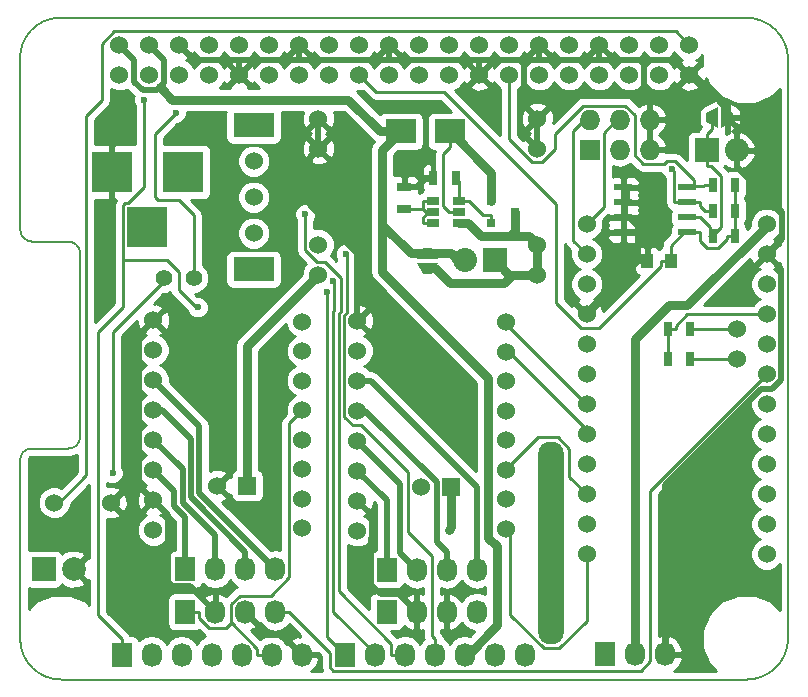
<source format=gbl>
G04 #@! TF.FileFunction,Copper,L2,Bot,Signal*
%FSLAX46Y46*%
G04 Gerber Fmt 4.6, Leading zero omitted, Abs format (unit mm)*
G04 Created by KiCad (PCBNEW 4.0.2-stable) date 06/04/2016 21:32:28*
%MOMM*%
G01*
G04 APERTURE LIST*
%ADD10C,0.100000*%
%ADD11C,0.150000*%
%ADD12R,2.032000X2.032000*%
%ADD13O,2.032000X2.032000*%
%ADD14C,1.524000*%
%ADD15O,2.200000X17.200000*%
%ADD16R,3.500120X3.500120*%
%ADD17R,1.727200X2.032000*%
%ADD18O,1.727200X2.032000*%
%ADD19R,1.727200X1.727200*%
%ADD20O,1.727200X1.727200*%
%ADD21R,3.500000X2.000000*%
%ADD22R,0.700000X1.300000*%
%ADD23R,1.550000X0.600000*%
%ADD24R,1.524000X1.524000*%
%ADD25R,1.000000X1.250000*%
%ADD26R,2.651760X2.029460*%
%ADD27R,0.800100X0.800100*%
%ADD28R,1.300000X0.700000*%
%ADD29R,1.060000X0.650000*%
%ADD30R,2.000000X2.000000*%
%ADD31C,2.000000*%
%ADD32C,1.397000*%
%ADD33C,0.600000*%
%ADD34C,0.500000*%
%ADD35C,0.250000*%
%ADD36C,0.750000*%
%ADD37C,0.254000*%
G04 APERTURE END LIST*
D10*
D11*
X81838800Y-79552800D02*
X81838800Y-63906400D01*
X76758800Y-81483200D02*
X76758800Y-96621600D01*
X80822800Y-80467200D02*
X77673200Y-80467200D01*
X77774800Y-62941200D02*
X80772000Y-62941200D01*
X76758800Y-47548800D02*
X76758800Y-61925200D01*
X138277600Y-100025200D02*
X80264000Y-100025200D01*
X141782800Y-96520000D02*
X141782800Y-47548800D01*
X80162400Y-43992800D02*
X138125200Y-43992800D01*
X80010000Y-43992800D02*
X80162400Y-43992800D01*
X80010000Y-43992800D02*
G75*
G03X76758800Y-47548800I152400J-3403600D01*
G01*
X80822800Y-80467200D02*
G75*
G03X81838800Y-79552800I50800J965200D01*
G01*
X76758800Y-61925200D02*
G75*
G03X77774800Y-62941200I1016000J0D01*
G01*
X81838800Y-63906400D02*
G75*
G03X80772000Y-62941200I-1016000J-50800D01*
G01*
X77673200Y-80467200D02*
G75*
G03X76758800Y-81483200I50800J-965200D01*
G01*
X138277600Y-100025200D02*
G75*
G03X141782800Y-96520000I0J3505200D01*
G01*
X141782800Y-47447200D02*
X141782800Y-47548800D01*
X141782800Y-47447200D02*
G75*
G03X138125200Y-43992800I-3556000J-101600D01*
G01*
X76758800Y-96621600D02*
G75*
G03X80264000Y-100025200I3454400J50800D01*
G01*
D12*
X116951760Y-64510920D03*
D13*
X114411760Y-64510920D03*
D10*
G36*
X110867000Y-65722120D02*
X110367000Y-64722120D01*
X112137000Y-64722120D01*
X111637000Y-65722120D01*
X110867000Y-65722120D01*
X110867000Y-65722120D01*
G37*
G36*
X111637000Y-63452120D02*
X112137000Y-64452120D01*
X110367000Y-64452120D01*
X110867000Y-63452120D01*
X111637000Y-63452120D01*
X111637000Y-63452120D01*
G37*
D14*
X85154000Y-48831500D03*
X85154000Y-46291500D03*
X87694000Y-48831500D03*
X87694000Y-46291500D03*
X90234000Y-48831500D03*
X90234000Y-46291500D03*
X92774000Y-48831500D03*
X92774000Y-46291500D03*
X95314000Y-48831500D03*
X95314000Y-46291500D03*
X97854000Y-48831500D03*
X97854000Y-46291500D03*
X100394000Y-48831500D03*
X100394000Y-46291500D03*
X102934000Y-48831500D03*
X102934000Y-46291500D03*
X105474000Y-48831500D03*
X105474000Y-46291500D03*
X108014000Y-48831500D03*
X108014000Y-46291500D03*
X110554000Y-48831500D03*
X110554000Y-46291500D03*
X113094000Y-48831500D03*
X113094000Y-46291500D03*
X115634000Y-48831500D03*
X115634000Y-46291500D03*
X118174000Y-48831500D03*
X118174000Y-46291500D03*
X120714000Y-48831500D03*
X120714000Y-46291500D03*
X123254000Y-48831500D03*
X123254000Y-46291500D03*
X125794000Y-48831500D03*
X125794000Y-46291500D03*
X128334000Y-48831500D03*
X128334000Y-46291500D03*
X130874000Y-48831500D03*
X130874000Y-46291500D03*
X133414000Y-48831500D03*
X133414000Y-46291500D03*
D15*
X121730000Y-88455500D03*
D14*
X102006000Y-52527200D03*
X102006000Y-55067200D03*
X102006000Y-63195200D03*
X102006000Y-65735200D03*
X120548000Y-52527200D03*
X120548000Y-55067200D03*
X120548000Y-63195200D03*
X120548000Y-65735200D03*
D16*
X90528140Y-57048400D03*
X84528660Y-57048400D03*
X87528400Y-61747400D03*
D17*
X126289000Y-97891600D03*
D18*
X128829000Y-97891600D03*
X131369000Y-97891600D03*
D17*
X107798000Y-94284800D03*
D18*
X110338000Y-94284800D03*
X112878000Y-94284800D03*
X115418000Y-94284800D03*
D17*
X90728800Y-94284800D03*
D18*
X93268800Y-94284800D03*
X95808800Y-94284800D03*
X98348800Y-94284800D03*
D17*
X107798000Y-90728800D03*
D18*
X110338000Y-90728800D03*
X112878000Y-90728800D03*
X115418000Y-90728800D03*
D17*
X90728800Y-90678000D03*
D18*
X93268800Y-90678000D03*
X95808800Y-90678000D03*
X98348800Y-90678000D03*
D19*
X124968000Y-55168800D03*
D20*
X124968000Y-52628800D03*
X127508000Y-55168800D03*
X127508000Y-52628800D03*
X130048000Y-55168800D03*
X130048000Y-52628800D03*
D17*
X85344000Y-97917000D03*
D18*
X87884000Y-97917000D03*
X90424000Y-97917000D03*
X92964000Y-97917000D03*
X95504000Y-97917000D03*
X98044000Y-97917000D03*
X100584000Y-97917000D03*
D21*
X96520000Y-53086000D03*
D14*
X96520000Y-59182000D03*
X96520000Y-56134000D03*
X96520000Y-62230000D03*
D21*
X96520000Y-65278000D03*
D14*
X124714000Y-61468000D03*
X124714000Y-64008000D03*
X124714000Y-66548000D03*
X124714000Y-69088000D03*
X124714000Y-71628000D03*
X124714000Y-74168000D03*
X124714000Y-76708000D03*
X124714000Y-79248000D03*
X124714000Y-81788000D03*
X124714000Y-84328000D03*
X124714000Y-86868000D03*
X124714000Y-89408000D03*
X139954000Y-89408000D03*
X139954000Y-86868000D03*
X139954000Y-84328000D03*
X139954000Y-81788000D03*
X139954000Y-79248000D03*
X139954000Y-76708000D03*
X139954000Y-74168000D03*
X139954000Y-71628000D03*
X139954000Y-69088000D03*
X139954000Y-66548000D03*
X139954000Y-64008000D03*
X139954000Y-61468000D03*
X137414000Y-72898000D03*
X137414000Y-70358000D03*
X105308000Y-69646800D03*
X105308000Y-72186800D03*
X105308000Y-74726800D03*
X105308000Y-77266800D03*
X105308000Y-79806800D03*
X105308000Y-82346800D03*
X105308000Y-84886800D03*
X105308000Y-87426800D03*
X117928000Y-87266800D03*
X117928000Y-84766800D03*
X117928000Y-82266800D03*
X117928000Y-79766800D03*
X117928000Y-77266800D03*
X117928000Y-74766800D03*
X117928000Y-72266800D03*
X117928000Y-69766800D03*
X88036400Y-69596000D03*
X88036400Y-72136000D03*
X88036400Y-74676000D03*
X88036400Y-77216000D03*
X88036400Y-79756000D03*
X88036400Y-82296000D03*
X88036400Y-84836000D03*
X88036400Y-87376000D03*
X100656400Y-87216000D03*
X100656400Y-84716000D03*
X100656400Y-82216000D03*
X100656400Y-79716000D03*
X100656400Y-77216000D03*
X100656400Y-74716000D03*
X100656400Y-72216000D03*
X100656400Y-69716000D03*
X84455000Y-85039200D03*
X79629000Y-85039200D03*
D12*
X134874000Y-55214500D03*
D13*
X137414000Y-55214500D03*
D22*
X137287000Y-62473800D03*
X135387000Y-62473800D03*
X137287000Y-60319900D03*
X135387000Y-60319900D03*
X137287000Y-58171100D03*
X135387000Y-58171100D03*
D23*
X127836000Y-62174100D03*
X127836000Y-60904100D03*
X127836000Y-59634100D03*
X127836000Y-58364100D03*
X133236000Y-58364100D03*
X133236000Y-59634100D03*
X133236000Y-60904100D03*
X133236000Y-62174100D03*
D17*
X104262000Y-97922100D03*
D18*
X106802000Y-97922100D03*
X109342000Y-97922100D03*
X111882000Y-97922100D03*
X114422000Y-97922100D03*
X116962000Y-97922100D03*
X119502000Y-97922100D03*
D24*
X95991700Y-83611700D03*
D14*
X93451700Y-83611700D03*
D24*
X113254000Y-83713300D03*
D14*
X110714000Y-83713300D03*
D25*
X131846000Y-64571900D03*
X129846000Y-64571900D03*
D26*
X113149340Y-53609200D03*
X108978660Y-53609200D03*
D27*
X116654240Y-61384200D03*
X116654240Y-59484200D03*
X118653220Y-60434200D03*
D28*
X109281000Y-60203100D03*
X109281000Y-58303100D03*
D22*
X113650000Y-57576700D03*
X111750000Y-57576700D03*
D29*
X111691000Y-61407100D03*
X111691000Y-60457100D03*
X111691000Y-59507100D03*
X113891000Y-59507100D03*
X113891000Y-61407100D03*
X113891000Y-60457100D03*
D22*
X131572000Y-72867500D03*
X133472000Y-72867500D03*
X131597000Y-70327500D03*
X133497000Y-70327500D03*
D10*
G36*
X134867000Y-52060900D02*
X135867000Y-51560900D01*
X135867000Y-53330900D01*
X134867000Y-52830900D01*
X134867000Y-52060900D01*
X134867000Y-52060900D01*
G37*
G36*
X137137000Y-52830900D02*
X136137000Y-53330900D01*
X136137000Y-51560900D01*
X137137000Y-52060900D01*
X137137000Y-52830900D01*
X137137000Y-52830900D01*
G37*
D30*
X78740000Y-90678000D03*
D31*
X81280000Y-90678000D03*
D32*
X91440000Y-66040000D03*
X88900000Y-66040000D03*
D33*
X111750000Y-57576700D03*
X129398000Y-58369200D03*
X113058500Y-87348800D03*
X87241500Y-50928100D03*
X91796500Y-68517500D03*
X102735800Y-67240900D03*
X103273100Y-66255500D03*
X100912500Y-60620500D03*
X104315100Y-64007900D03*
X131938300Y-56807800D03*
X84582000Y-82550000D03*
X89916000Y-52070000D03*
D34*
X125794000Y-47548800D02*
X125794000Y-46291500D01*
X120714000Y-47548800D02*
X120714000Y-46291500D01*
X120714000Y-47548800D02*
X125794000Y-47548800D01*
X108014000Y-47548800D02*
X108014000Y-46291500D01*
X100394000Y-47548800D02*
X100394000Y-46291500D01*
X100394000Y-47548800D02*
X108014000Y-47548800D01*
X95314000Y-47548800D02*
X95314000Y-48831500D01*
X91491300Y-47548800D02*
X95314000Y-47548800D01*
X90234000Y-46291500D02*
X91491300Y-47548800D01*
X95314000Y-47548800D02*
X100394000Y-47548800D01*
X108014000Y-47548800D02*
X115634000Y-47548800D01*
X110949700Y-57734700D02*
X110381300Y-58303100D01*
X110949700Y-57576700D02*
X110949700Y-57734700D01*
X109281000Y-58303100D02*
X110381300Y-58303100D01*
X111750000Y-57576700D02*
X110949700Y-57576700D01*
X137414000Y-53222900D02*
X136637000Y-52445900D01*
X137414000Y-55214500D02*
X137414000Y-53222900D01*
X133788300Y-48831500D02*
X133414000Y-48831500D01*
X136637000Y-51680200D02*
X133788300Y-48831500D01*
X136637000Y-52445900D02*
X136637000Y-51680200D01*
X137502900Y-56680800D02*
X137414000Y-56680800D01*
X141237100Y-60415000D02*
X137502900Y-56680800D01*
X141237100Y-62724900D02*
X141237100Y-60415000D01*
X139954000Y-64008000D02*
X141237100Y-62724900D01*
X137414000Y-55214500D02*
X137414000Y-56680800D01*
X141175900Y-65229900D02*
X139954000Y-64008000D01*
X141175900Y-74698500D02*
X141175900Y-65229900D01*
X140436400Y-75438000D02*
X141175900Y-74698500D01*
X139497700Y-75438000D02*
X140436400Y-75438000D01*
X131369000Y-83566700D02*
X139497700Y-75438000D01*
X131369000Y-97891600D02*
X131369000Y-83566700D01*
X91128400Y-92144400D02*
X93268800Y-94284800D01*
X89673100Y-92144400D02*
X91128400Y-92144400D01*
X89281800Y-91753100D02*
X89673100Y-92144400D01*
X89281800Y-86081400D02*
X89281800Y-91753100D01*
X88036400Y-84836000D02*
X89281800Y-86081400D01*
X120548000Y-55067200D02*
X120548000Y-52527200D01*
X115634000Y-48831500D02*
X115634000Y-47548800D01*
X85902800Y-83591400D02*
X84455000Y-85039200D01*
X86791800Y-83591400D02*
X85902800Y-83591400D01*
X86791800Y-70840600D02*
X86791800Y-83591400D01*
X88036400Y-69596000D02*
X86791800Y-70840600D01*
X86791800Y-83591400D02*
X88036400Y-84836000D01*
X106552600Y-86131400D02*
X105308000Y-84886800D01*
X106552600Y-87964900D02*
X106552600Y-86131400D01*
X106469700Y-88047800D02*
X106552600Y-87964900D01*
X106469700Y-91983400D02*
X106469700Y-88047800D01*
X107304700Y-92818400D02*
X106469700Y-91983400D01*
X108871600Y-92818400D02*
X107304700Y-92818400D01*
X110338000Y-94284800D02*
X108871600Y-92818400D01*
X115634000Y-47548800D02*
X119444000Y-47548800D01*
X119444000Y-47548800D02*
X120714000Y-47548800D01*
X119444000Y-51423200D02*
X120548000Y-52527200D01*
X119444000Y-47548800D02*
X119444000Y-51423200D01*
X127989000Y-59634100D02*
X127989000Y-60904100D01*
X127836000Y-59634100D02*
X127989000Y-59634100D01*
X127989000Y-59634100D02*
X128142000Y-59634100D01*
X127989000Y-60904100D02*
X128142000Y-60904100D01*
X127836000Y-60904100D02*
X127989000Y-60904100D01*
X127836000Y-62174100D02*
X129061300Y-62174100D01*
X129846000Y-64571900D02*
X129061300Y-64571900D01*
X129061300Y-61626800D02*
X129061300Y-62174100D01*
X128338600Y-60904100D02*
X129061300Y-61626800D01*
X128142000Y-60904100D02*
X128338600Y-60904100D01*
D35*
X127836000Y-58364100D02*
X128419900Y-58364100D01*
X129393000Y-58364100D02*
X129398000Y-58369200D01*
X128419900Y-58364100D02*
X129393000Y-58364100D01*
D34*
X128142000Y-58642000D02*
X128142000Y-59634100D01*
X128419900Y-58364100D02*
X128142000Y-58642000D01*
X129061300Y-62174100D02*
X129061300Y-64571900D01*
X124714000Y-68919200D02*
X124714000Y-69088000D01*
X129061300Y-64571900D02*
X124714000Y-68919200D01*
X125794000Y-47548800D02*
X129604000Y-47548800D01*
X132131000Y-47548800D02*
X133414000Y-48831500D01*
X129604000Y-47548800D02*
X132131000Y-47548800D01*
X130048000Y-52628800D02*
X130048000Y-55168800D01*
X129604000Y-50870900D02*
X129604000Y-47548800D01*
X130048000Y-51314900D02*
X129604000Y-50870900D01*
X130048000Y-52628800D02*
X130048000Y-51314900D01*
X98920300Y-96253300D02*
X100584000Y-97917000D01*
X97777300Y-96253300D02*
X98920300Y-96253300D01*
X95808800Y-94284800D02*
X97777300Y-96253300D01*
X102006000Y-52527200D02*
X102006000Y-55067200D01*
X105308000Y-63926200D02*
X105308000Y-69646800D01*
X101269500Y-59887700D02*
X105308000Y-63926200D01*
X101269500Y-55803700D02*
X101269500Y-59887700D01*
X102006000Y-55067200D02*
X101269500Y-55803700D01*
D36*
X92964000Y-97871300D02*
X92964000Y-97917000D01*
X113254000Y-87153300D02*
X113058500Y-87348800D01*
X113254000Y-83713300D02*
X113254000Y-87153300D01*
X95991700Y-83611700D02*
X95976500Y-83611700D01*
X95961200Y-83611700D02*
X95961200Y-83616800D01*
X95976500Y-83611700D02*
X95961200Y-83611700D01*
X95976500Y-71764700D02*
X102006000Y-65735200D01*
X95976500Y-83611700D02*
X95976500Y-71764700D01*
D35*
X98348800Y-94284800D02*
X99537700Y-94284800D01*
X102998700Y-97745800D02*
X99537700Y-94284800D01*
X102998700Y-99004000D02*
X102998700Y-97745800D01*
X103266200Y-99271500D02*
X102998700Y-99004000D01*
X129314600Y-99271500D02*
X103266200Y-99271500D01*
X130099000Y-98487100D02*
X129314600Y-99271500D01*
X130099000Y-84023000D02*
X130099000Y-98487100D01*
X139954000Y-74168000D02*
X130099000Y-84023000D01*
D34*
X107798000Y-84836800D02*
X107798000Y-89262500D01*
X105308000Y-82346800D02*
X107798000Y-84836800D01*
X107798000Y-90728800D02*
X107798000Y-89262500D01*
X108955000Y-89345800D02*
X110338000Y-90728800D01*
X108955000Y-83453800D02*
X108955000Y-89345800D01*
X105308000Y-79806800D02*
X108955000Y-83453800D01*
X112033900Y-88418400D02*
X112878000Y-89262500D01*
X112033900Y-83311100D02*
X112033900Y-88418400D01*
X105989600Y-77266800D02*
X112033900Y-83311100D01*
X105308000Y-77266800D02*
X105989600Y-77266800D01*
X112878000Y-90728800D02*
X112878000Y-89262500D01*
X115418000Y-83694100D02*
X115418000Y-89262500D01*
X106450700Y-74726800D02*
X115418000Y-83694100D01*
X105308000Y-74726800D02*
X106450700Y-74726800D01*
X115418000Y-90728800D02*
X115418000Y-89262500D01*
X90728800Y-90678000D02*
X90728800Y-89211700D01*
X90728800Y-86262900D02*
X90728800Y-89211700D01*
X89810500Y-85344600D02*
X90728800Y-86262900D01*
X89810500Y-84070100D02*
X89810500Y-85344600D01*
X88036400Y-82296000D02*
X89810500Y-84070100D01*
X93268800Y-87812400D02*
X93268800Y-90678000D01*
X90510800Y-85054400D02*
X93268800Y-87812400D01*
X90510800Y-82230400D02*
X90510800Y-85054400D01*
X88036400Y-79756000D02*
X90510800Y-82230400D01*
X88036400Y-77216000D02*
X88792900Y-77216000D01*
X91211100Y-84614000D02*
X95808800Y-89211700D01*
X91211100Y-79634200D02*
X91211100Y-84614000D01*
X88792900Y-77216000D02*
X91211100Y-79634200D01*
X95808800Y-90678000D02*
X95808800Y-89211700D01*
X91911400Y-84240600D02*
X98348800Y-90678000D01*
X91911400Y-78551000D02*
X91911400Y-84240600D01*
X88036400Y-74676000D02*
X91911400Y-78551000D01*
D35*
X124541000Y-52628800D02*
X124968000Y-52628800D01*
X123581300Y-53588500D02*
X124541000Y-52628800D01*
X123581300Y-62875300D02*
X123581300Y-53588500D01*
X124714000Y-64008000D02*
X123581300Y-62875300D01*
X127508000Y-52628800D02*
X127246600Y-52628800D01*
X127246600Y-52628800D02*
X127047000Y-52628800D01*
X126157000Y-60025000D02*
X124714000Y-61468000D01*
X126157000Y-53718400D02*
X126157000Y-60025000D01*
X127246600Y-52628800D02*
X126157000Y-53718400D01*
X117985000Y-69766800D02*
X117928000Y-69766800D01*
X117985000Y-70033400D02*
X117985000Y-69766800D01*
X124714000Y-76552800D02*
X124714000Y-76630400D01*
X124714000Y-76630400D02*
X124714000Y-76708000D01*
X124714000Y-76630400D02*
X124582000Y-76630400D01*
X124582000Y-76630400D02*
X117985000Y-70033400D01*
X118362000Y-72266800D02*
X117928000Y-72266800D01*
X118362000Y-72581400D02*
X118362000Y-72266800D01*
X124714000Y-78618800D02*
X124714000Y-78933400D01*
X124714000Y-78933400D02*
X124714000Y-79248000D01*
X124714000Y-78933400D02*
X118362000Y-72581400D01*
X124714000Y-81788000D02*
X124714000Y-81154500D01*
X117928000Y-82266800D02*
X117928000Y-82172400D01*
X117928000Y-82172400D02*
X117928000Y-82078100D01*
X123261400Y-82875400D02*
X124714000Y-84328000D01*
X123261400Y-80467100D02*
X123261400Y-82875400D01*
X122316100Y-79521800D02*
X123261400Y-80467100D01*
X120578600Y-79521800D02*
X122316100Y-79521800D01*
X117928000Y-82172400D02*
X120578600Y-79521800D01*
X117928000Y-87266800D02*
X118232000Y-87570800D01*
X124714000Y-95032700D02*
X124714000Y-89408000D01*
X122354500Y-97392200D02*
X124714000Y-95032700D01*
X121093800Y-97392200D02*
X122354500Y-97392200D01*
X118232000Y-94530400D02*
X121093800Y-97392200D01*
X118232000Y-87570800D02*
X118232000Y-94530400D01*
X118204000Y-77266800D02*
X117928000Y-77266800D01*
X100656000Y-77216100D02*
X100656000Y-77216000D01*
X100656000Y-77216000D02*
X100656400Y-77216000D01*
X131572000Y-71327800D02*
X131572000Y-72867500D01*
X131597000Y-71302800D02*
X131572000Y-71327800D01*
X131597000Y-70815100D02*
X131597000Y-71302800D01*
X131597000Y-70815100D02*
X131597000Y-70327500D01*
X133258600Y-69088000D02*
X139954000Y-69088000D01*
X132272300Y-70074300D02*
X133258600Y-69088000D01*
X132272300Y-70327500D02*
X132272300Y-70074300D01*
X131597000Y-70327500D02*
X132272300Y-70327500D01*
X90728800Y-94284800D02*
X91917700Y-94284800D01*
X98044000Y-97917000D02*
X96855100Y-97917000D01*
X94610300Y-93644400D02*
X94610300Y-95260900D01*
X95334500Y-92920200D02*
X94610300Y-93644400D01*
X97993700Y-92920200D02*
X95334500Y-92920200D01*
X99537900Y-91376000D02*
X97993700Y-92920200D01*
X99537900Y-78334100D02*
X99537900Y-91376000D01*
X100656000Y-77216000D02*
X99537900Y-78334100D01*
X94209300Y-95661900D02*
X94610300Y-95260900D01*
X92774700Y-95661900D02*
X94209300Y-95661900D01*
X91917700Y-94804900D02*
X92774700Y-95661900D01*
X91917700Y-94284800D02*
X91917700Y-94804900D01*
X96855100Y-97434200D02*
X96855100Y-97917000D01*
X94681800Y-95260900D02*
X96855100Y-97434200D01*
X94610300Y-95260900D02*
X94681800Y-95260900D01*
X79629000Y-85039200D02*
X79844900Y-85255100D01*
X79844900Y-85255100D02*
X80060800Y-85471000D01*
X132274000Y-45151500D02*
X133414000Y-46291500D01*
X84743900Y-45151500D02*
X132274000Y-45151500D01*
X83695800Y-46199600D02*
X84743900Y-45151500D01*
X83695800Y-50996500D02*
X83695800Y-46199600D01*
X82368800Y-52323500D02*
X83695800Y-50996500D01*
X82368800Y-82731200D02*
X82368800Y-52323500D01*
X79844900Y-85255100D02*
X82368800Y-82731200D01*
X91796500Y-68517500D02*
X91631500Y-68517500D01*
X89154000Y-64516000D02*
X85453000Y-64516000D01*
X90170000Y-65532000D02*
X89154000Y-64516000D01*
X90170000Y-67056000D02*
X90170000Y-65532000D01*
X91631500Y-68517500D02*
X90170000Y-67056000D01*
X85453000Y-64516000D02*
X85453000Y-59847700D01*
X85453000Y-59847700D02*
X85628800Y-59671900D01*
X85628800Y-59671900D02*
X85872800Y-59671900D01*
X85872800Y-59671900D02*
X87241500Y-58303200D01*
X87241500Y-58303200D02*
X87241500Y-50928100D01*
X137384000Y-72867500D02*
X137414000Y-72898000D01*
X85344000Y-97917000D02*
X85344000Y-96575700D01*
X133472000Y-72867500D02*
X137384000Y-72867500D01*
X83362200Y-70581600D02*
X85453000Y-68490800D01*
X83362200Y-94593900D02*
X83362200Y-70581600D01*
X85344000Y-96575700D02*
X83362200Y-94593900D01*
X85453000Y-68490800D02*
X85453000Y-64516000D01*
X137384000Y-70327500D02*
X137414000Y-70358000D01*
X133497000Y-70327500D02*
X137384000Y-70327500D01*
D36*
X111252000Y-65222120D02*
X111856520Y-65222120D01*
X111856520Y-65222120D02*
X113121440Y-66487040D01*
X113121440Y-66487040D02*
X117693440Y-66487040D01*
X117693440Y-66487040D02*
X118445280Y-65735200D01*
X120548000Y-65735200D02*
X118445280Y-65735200D01*
X118445280Y-65735200D02*
X118176040Y-65735200D01*
X118176040Y-65735200D02*
X116951760Y-64510920D01*
X120548000Y-65735200D02*
X120548000Y-63195200D01*
X118653220Y-60434200D02*
X118653220Y-62062700D01*
X118653220Y-62062700D02*
X118203980Y-62511940D01*
X113891000Y-61407100D02*
X114648040Y-61407100D01*
X119864740Y-62511940D02*
X120548000Y-63195200D01*
X118203980Y-62511940D02*
X119864740Y-62511940D01*
X115752880Y-62511940D02*
X118203980Y-62511940D01*
X114648040Y-61407100D02*
X115752880Y-62511940D01*
D35*
X102735800Y-96395900D02*
X104262000Y-97922100D01*
X102735800Y-67240900D02*
X102735800Y-96395900D01*
X110630000Y-48907500D02*
X110554000Y-48831500D01*
X106853000Y-97956600D02*
X106853000Y-98411700D01*
X106836000Y-97956600D02*
X106853000Y-97956600D01*
X106802000Y-97922100D02*
X106836000Y-97956600D01*
X106853000Y-97891600D02*
X106853000Y-97956600D01*
X103368000Y-66350400D02*
X103273100Y-66255500D01*
X103368000Y-68775300D02*
X103368000Y-66350400D01*
X103274700Y-68868600D02*
X103368000Y-68775300D01*
X103274700Y-94313300D02*
X103274700Y-68868600D01*
X106853000Y-97891600D02*
X103274700Y-94313300D01*
X109342000Y-97922100D02*
X108153100Y-97922100D01*
X100912500Y-63690000D02*
X100912500Y-60620500D01*
X101870300Y-64647800D02*
X100912500Y-63690000D01*
X102558100Y-64647800D02*
X101870300Y-64647800D01*
X103898400Y-65988100D02*
X102558100Y-64647800D01*
X103898400Y-68881800D02*
X103898400Y-65988100D01*
X103745100Y-69035100D02*
X103898400Y-68881800D01*
X103745100Y-92572500D02*
X103745100Y-69035100D01*
X108153100Y-96980500D02*
X103745100Y-92572500D01*
X108153100Y-97922100D02*
X108153100Y-96980500D01*
X111882000Y-97922100D02*
X111882000Y-96580800D01*
X104411300Y-64104100D02*
X104315100Y-64007900D01*
X104411300Y-69005800D02*
X104411300Y-64104100D01*
X104220700Y-69196400D02*
X104411300Y-69005800D01*
X104220700Y-77761000D02*
X104220700Y-69196400D01*
X104932600Y-78472900D02*
X104220700Y-77761000D01*
X105580600Y-78472900D02*
X104932600Y-78472900D01*
X109602300Y-82494600D02*
X105580600Y-78472900D01*
X109602300Y-87531200D02*
X109602300Y-82494600D01*
X111608000Y-89536900D02*
X109602300Y-87531200D01*
X111608000Y-96306800D02*
X111608000Y-89536900D01*
X111882000Y-96580800D02*
X111608000Y-96306800D01*
X85154000Y-48831500D02*
X85534500Y-48831500D01*
X137287000Y-58171100D02*
X137287000Y-60319900D01*
X137287000Y-60319900D02*
X137287000Y-62473800D01*
X134336300Y-62918200D02*
X134336300Y-62174100D01*
X134876300Y-63458200D02*
X134336300Y-62918200D01*
X135880500Y-63458200D02*
X134876300Y-63458200D01*
X136611700Y-62727000D02*
X135880500Y-63458200D01*
X136611700Y-62473800D02*
X136611700Y-62727000D01*
X137287000Y-62473800D02*
X136611700Y-62473800D01*
X133236000Y-62174100D02*
X134336300Y-62174100D01*
X133236000Y-62174100D02*
X132961000Y-62174100D01*
X132961000Y-62174100D02*
X132686000Y-62174100D01*
X131846000Y-63289100D02*
X131846000Y-64571900D01*
X132961000Y-62174100D02*
X131846000Y-63289100D01*
X106884300Y-50241800D02*
X105474000Y-48831500D01*
X112621300Y-50241800D02*
X106884300Y-50241800D01*
X122130700Y-59751200D02*
X112621300Y-50241800D01*
X122130700Y-68108000D02*
X122130700Y-59751200D01*
X124256800Y-70234100D02*
X122130700Y-68108000D01*
X125771100Y-70234100D02*
X124256800Y-70234100D01*
X131020700Y-64984500D02*
X125771100Y-70234100D01*
X131020700Y-64571900D02*
X131020700Y-64984500D01*
X131846000Y-64571900D02*
X131020700Y-64571900D01*
X134615200Y-58267600D02*
X134711700Y-58171100D01*
X133786000Y-58267600D02*
X134615200Y-58267600D01*
X135387000Y-58171100D02*
X134711700Y-58171100D01*
X133786000Y-58364100D02*
X133786000Y-58267600D01*
X133236000Y-58364100D02*
X133786000Y-58364100D01*
X133786000Y-58267600D02*
X133786000Y-58171100D01*
X118174000Y-54271100D02*
X118174000Y-48831500D01*
X120109100Y-56206200D02*
X118174000Y-54271100D01*
X120953600Y-56206200D02*
X120109100Y-56206200D01*
X122039100Y-55120700D02*
X120953600Y-56206200D01*
X122039100Y-53851900D02*
X122039100Y-55120700D01*
X124451200Y-51439800D02*
X122039100Y-53851900D01*
X128009000Y-51439800D02*
X124451200Y-51439800D01*
X128778000Y-52208800D02*
X128009000Y-51439800D01*
X128778000Y-55651300D02*
X128778000Y-52208800D01*
X129488400Y-56361700D02*
X128778000Y-55651300D01*
X131309000Y-56361700D02*
X129488400Y-56361700D01*
X131531000Y-56139700D02*
X131309000Y-56361700D01*
X132222700Y-56139700D02*
X131531000Y-56139700D01*
X133786000Y-57703000D02*
X132222700Y-56139700D01*
X133786000Y-58171100D02*
X133786000Y-57703000D01*
X134336300Y-59944500D02*
X134336300Y-59634100D01*
X134711700Y-60319900D02*
X134336300Y-59944500D01*
X133238600Y-59634100D02*
X134336300Y-59634100D01*
X135372800Y-60319900D02*
X134711700Y-60319900D01*
X135372800Y-60319900D02*
X135387000Y-60319900D01*
X133238600Y-59634100D02*
X133236000Y-59634100D01*
X132135700Y-57005200D02*
X131938300Y-56807800D01*
X132135700Y-59634100D02*
X132135700Y-57005200D01*
X133236000Y-59634100D02*
X132135700Y-59634100D01*
D36*
X114422000Y-97922100D02*
X114637800Y-97922100D01*
X114637800Y-97922100D02*
X117119400Y-95440500D01*
X107429300Y-65509140D02*
X107429300Y-61551820D01*
X116395500Y-74475340D02*
X107429300Y-65509140D01*
X116395500Y-88011000D02*
X116395500Y-74475340D01*
X117119400Y-88734900D02*
X116395500Y-88011000D01*
X117119400Y-95440500D02*
X117119400Y-88734900D01*
X111252000Y-63952120D02*
X109829600Y-63952120D01*
X107429300Y-55158560D02*
X108978660Y-53609200D01*
X107429300Y-61551820D02*
X107429300Y-55158560D01*
X109829600Y-63952120D02*
X107429300Y-61551820D01*
X114411760Y-64510920D02*
X113786920Y-64510920D01*
X113786920Y-64510920D02*
X113228120Y-63952120D01*
X113228120Y-63952120D02*
X111252000Y-63952120D01*
X95504000Y-97896700D02*
X95504000Y-97917000D01*
D35*
X114635000Y-97891600D02*
X114635000Y-97716800D01*
X114627000Y-97716800D02*
X114422000Y-97922100D01*
X114635000Y-97716800D02*
X114627000Y-97716800D01*
X108979000Y-53609100D02*
X108979000Y-53609200D01*
X108979000Y-53608800D02*
X108979000Y-53609100D01*
X108401000Y-53031100D02*
X108979000Y-53608800D01*
X108979000Y-53609100D02*
X108979000Y-53609200D01*
D36*
X108401000Y-53031100D02*
X108979000Y-53609200D01*
X108938000Y-53609200D02*
X108978700Y-53609200D01*
X108978700Y-53609200D02*
X108979000Y-53609200D01*
X108979000Y-53609200D02*
X108978700Y-53609200D01*
X108978700Y-53609200D02*
X108938000Y-53609200D01*
X108938000Y-53609200D02*
X107226000Y-53609200D01*
X128829000Y-71233200D02*
X128829000Y-97891600D01*
X131717900Y-68344300D02*
X128829000Y-71233200D01*
X133231700Y-68344300D02*
X131717900Y-68344300D01*
X139954000Y-61622000D02*
X133231700Y-68344300D01*
X139954000Y-61468000D02*
X139954000Y-61622000D01*
D35*
X114635000Y-97716800D02*
X114635000Y-97371500D01*
D36*
X89631500Y-50942200D02*
X88757800Y-50068500D01*
X104559000Y-50942200D02*
X89631500Y-50942200D01*
X107226000Y-53609200D02*
X104559000Y-50942200D01*
D34*
X88315800Y-50154800D02*
X88580100Y-49890600D01*
X87147400Y-50154800D02*
X88315800Y-50154800D01*
X86390500Y-49397900D02*
X87147400Y-50154800D01*
X86390500Y-47579300D02*
X86390500Y-49397900D01*
X85154000Y-46342800D02*
X86390500Y-47579300D01*
X85154000Y-46291500D02*
X85154000Y-46342800D01*
X88961000Y-47558500D02*
X87694000Y-46291500D01*
X88961000Y-49509700D02*
X88961000Y-47558500D01*
X88580100Y-49890600D02*
X88961000Y-49509700D01*
D36*
X88757800Y-50068300D02*
X88757800Y-50068500D01*
X88580100Y-49890600D02*
X88757800Y-50068300D01*
X116654240Y-59484200D02*
X116654240Y-57114100D01*
X116654240Y-57114100D02*
X113149340Y-53609200D01*
D35*
X113149000Y-53609200D02*
X113149000Y-53609300D01*
D36*
X113149000Y-53609200D02*
X113149000Y-53609300D01*
D35*
X112555000Y-54203600D02*
X113149000Y-53609300D01*
X113149000Y-53609200D02*
X113149300Y-53609200D01*
X113149300Y-53609200D02*
X113149300Y-54949200D01*
X112554700Y-55543800D02*
X113149300Y-54949200D01*
X112554700Y-59976100D02*
X112554700Y-55543800D01*
X113035700Y-60457100D02*
X112554700Y-59976100D01*
X113891000Y-60457100D02*
X113035700Y-60457100D01*
X113891000Y-59507100D02*
X113891000Y-57817700D01*
X113891000Y-57817700D02*
X113650000Y-57576700D01*
X116654200Y-61384200D02*
X116654200Y-60658800D01*
X115928800Y-60658800D02*
X116654200Y-60658800D01*
X114777100Y-59507100D02*
X115928800Y-60658800D01*
X113891000Y-59507100D02*
X114777100Y-59507100D01*
X111477000Y-60457100D02*
X111263000Y-60457100D01*
X111691000Y-61407100D02*
X110835700Y-61407100D01*
X110835700Y-60938200D02*
X110835700Y-61407100D01*
X111316800Y-60457100D02*
X110835700Y-60938200D01*
X111477000Y-60457100D02*
X111316800Y-60457100D01*
X111691000Y-60457100D02*
X111477000Y-60457100D01*
X111691000Y-59507100D02*
X110835700Y-59507100D01*
X109281000Y-60203100D02*
X110256300Y-60203100D01*
X110835700Y-60203100D02*
X110256300Y-60203100D01*
X110835700Y-60203100D02*
X110835700Y-59507100D01*
X111089700Y-60457100D02*
X110835700Y-60203100D01*
X111263000Y-60457100D02*
X111089700Y-60457100D01*
X135367000Y-53380200D02*
X135367000Y-52445900D01*
X134874000Y-53873200D02*
X135367000Y-53380200D01*
X134874000Y-55214500D02*
X134874000Y-53873200D01*
X135387000Y-62473800D02*
X135302500Y-62473800D01*
X134874000Y-55214500D02*
X134874000Y-56555800D01*
X135254600Y-56555800D02*
X134874000Y-56555800D01*
X136065900Y-57367100D02*
X135254600Y-56555800D01*
X136065900Y-61710400D02*
X136065900Y-57367100D01*
X135302500Y-62473800D02*
X136065900Y-61710400D01*
X135302500Y-62473800D02*
X135175800Y-62473800D01*
X135175800Y-62473800D02*
X135049000Y-62473800D01*
X135175800Y-61743600D02*
X134336300Y-60904100D01*
X135175800Y-62473800D02*
X135175800Y-61743600D01*
X133236000Y-60904100D02*
X134336300Y-60904100D01*
X88900000Y-66040000D02*
X88900000Y-66294000D01*
X88900000Y-66294000D02*
X84582000Y-70612000D01*
X84582000Y-70612000D02*
X84582000Y-82550000D01*
X89916000Y-52070000D02*
X88138000Y-53848000D01*
X88138000Y-53848000D02*
X88138000Y-59182000D01*
X88138000Y-59182000D02*
X88392000Y-59436000D01*
X88392000Y-59436000D02*
X90170000Y-59436000D01*
X90170000Y-59436000D02*
X91440000Y-60706000D01*
X91440000Y-60706000D02*
X91440000Y-66040000D01*
D37*
G36*
X138556758Y-76984661D02*
X138768990Y-77498303D01*
X139161630Y-77891629D01*
X139369512Y-77977949D01*
X139163697Y-78062990D01*
X138770371Y-78455630D01*
X138557243Y-78968900D01*
X138556758Y-79524661D01*
X138768990Y-80038303D01*
X139161630Y-80431629D01*
X139369512Y-80517949D01*
X139163697Y-80602990D01*
X138770371Y-80995630D01*
X138557243Y-81508900D01*
X138556758Y-82064661D01*
X138768990Y-82578303D01*
X139161630Y-82971629D01*
X139369512Y-83057949D01*
X139163697Y-83142990D01*
X138770371Y-83535630D01*
X138557243Y-84048900D01*
X138556758Y-84604661D01*
X138768990Y-85118303D01*
X139161630Y-85511629D01*
X139369512Y-85597949D01*
X139163697Y-85682990D01*
X138770371Y-86075630D01*
X138557243Y-86588900D01*
X138556758Y-87144661D01*
X138768990Y-87658303D01*
X139161630Y-88051629D01*
X139369512Y-88137949D01*
X139163697Y-88222990D01*
X138770371Y-88615630D01*
X138557243Y-89128900D01*
X138556758Y-89684661D01*
X138768990Y-90198303D01*
X139161630Y-90591629D01*
X139674900Y-90804757D01*
X140230661Y-90805242D01*
X140744303Y-90593010D01*
X141072800Y-90265086D01*
X141072800Y-94134545D01*
X140358470Y-93418967D01*
X138986197Y-92849150D01*
X137500322Y-92847853D01*
X136127056Y-93415275D01*
X135075467Y-94465030D01*
X134505650Y-95837303D01*
X134504353Y-97323178D01*
X135071775Y-98696444D01*
X135689452Y-99315200D01*
X132119765Y-99315200D01*
X132271036Y-99242332D01*
X132660954Y-98805920D01*
X132854184Y-98253513D01*
X132709924Y-98018600D01*
X131496000Y-98018600D01*
X131496000Y-98038600D01*
X131242000Y-98038600D01*
X131242000Y-98018600D01*
X131222000Y-98018600D01*
X131222000Y-97764600D01*
X131242000Y-97764600D01*
X131242000Y-96405383D01*
X131496000Y-96405383D01*
X131496000Y-97764600D01*
X132709924Y-97764600D01*
X132854184Y-97529687D01*
X132660954Y-96977280D01*
X132271036Y-96540868D01*
X131743791Y-96286891D01*
X131728026Y-96284242D01*
X131496000Y-96405383D01*
X131242000Y-96405383D01*
X131009974Y-96284242D01*
X130994209Y-96286891D01*
X130859000Y-96352022D01*
X130859000Y-84337802D01*
X138557059Y-76639743D01*
X138556758Y-76984661D01*
X138556758Y-76984661D01*
G37*
X138556758Y-76984661D02*
X138768990Y-77498303D01*
X139161630Y-77891629D01*
X139369512Y-77977949D01*
X139163697Y-78062990D01*
X138770371Y-78455630D01*
X138557243Y-78968900D01*
X138556758Y-79524661D01*
X138768990Y-80038303D01*
X139161630Y-80431629D01*
X139369512Y-80517949D01*
X139163697Y-80602990D01*
X138770371Y-80995630D01*
X138557243Y-81508900D01*
X138556758Y-82064661D01*
X138768990Y-82578303D01*
X139161630Y-82971629D01*
X139369512Y-83057949D01*
X139163697Y-83142990D01*
X138770371Y-83535630D01*
X138557243Y-84048900D01*
X138556758Y-84604661D01*
X138768990Y-85118303D01*
X139161630Y-85511629D01*
X139369512Y-85597949D01*
X139163697Y-85682990D01*
X138770371Y-86075630D01*
X138557243Y-86588900D01*
X138556758Y-87144661D01*
X138768990Y-87658303D01*
X139161630Y-88051629D01*
X139369512Y-88137949D01*
X139163697Y-88222990D01*
X138770371Y-88615630D01*
X138557243Y-89128900D01*
X138556758Y-89684661D01*
X138768990Y-90198303D01*
X139161630Y-90591629D01*
X139674900Y-90804757D01*
X140230661Y-90805242D01*
X140744303Y-90593010D01*
X141072800Y-90265086D01*
X141072800Y-94134545D01*
X140358470Y-93418967D01*
X138986197Y-92849150D01*
X137500322Y-92847853D01*
X136127056Y-93415275D01*
X135075467Y-94465030D01*
X134505650Y-95837303D01*
X134504353Y-97323178D01*
X135071775Y-98696444D01*
X135689452Y-99315200D01*
X132119765Y-99315200D01*
X132271036Y-99242332D01*
X132660954Y-98805920D01*
X132854184Y-98253513D01*
X132709924Y-98018600D01*
X131496000Y-98018600D01*
X131496000Y-98038600D01*
X131242000Y-98038600D01*
X131242000Y-98018600D01*
X131222000Y-98018600D01*
X131222000Y-97764600D01*
X131242000Y-97764600D01*
X131242000Y-96405383D01*
X131496000Y-96405383D01*
X131496000Y-97764600D01*
X132709924Y-97764600D01*
X132854184Y-97529687D01*
X132660954Y-96977280D01*
X132271036Y-96540868D01*
X131743791Y-96286891D01*
X131728026Y-96284242D01*
X131496000Y-96405383D01*
X131242000Y-96405383D01*
X131009974Y-96284242D01*
X130994209Y-96286891D01*
X130859000Y-96352022D01*
X130859000Y-84337802D01*
X138557059Y-76639743D01*
X138556758Y-76984661D01*
G36*
X102238700Y-98060602D02*
X102238700Y-99004000D01*
X102296552Y-99294839D01*
X102310157Y-99315200D01*
X101387495Y-99315200D01*
X101486036Y-99267732D01*
X101875954Y-98831320D01*
X102069184Y-98278913D01*
X101924924Y-98044000D01*
X100711000Y-98044000D01*
X100711000Y-98064000D01*
X100457000Y-98064000D01*
X100457000Y-98044000D01*
X100437000Y-98044000D01*
X100437000Y-97790000D01*
X100457000Y-97790000D01*
X100457000Y-97770000D01*
X100711000Y-97770000D01*
X100711000Y-97790000D01*
X101924924Y-97790000D01*
X101941350Y-97763252D01*
X102238700Y-98060602D01*
X102238700Y-98060602D01*
G37*
X102238700Y-98060602D02*
X102238700Y-99004000D01*
X102296552Y-99294839D01*
X102310157Y-99315200D01*
X101387495Y-99315200D01*
X101486036Y-99267732D01*
X101875954Y-98831320D01*
X102069184Y-98278913D01*
X101924924Y-98044000D01*
X100711000Y-98044000D01*
X100711000Y-98064000D01*
X100457000Y-98064000D01*
X100457000Y-98044000D01*
X100437000Y-98044000D01*
X100437000Y-97790000D01*
X100457000Y-97790000D01*
X100457000Y-97770000D01*
X100711000Y-97770000D01*
X100711000Y-97790000D01*
X101924924Y-97790000D01*
X101941350Y-97763252D01*
X102238700Y-98060602D01*
G36*
X119629000Y-97795100D02*
X119649000Y-97795100D01*
X119649000Y-98049100D01*
X119629000Y-98049100D01*
X119629000Y-98069100D01*
X119375000Y-98069100D01*
X119375000Y-98049100D01*
X119355000Y-98049100D01*
X119355000Y-97795100D01*
X119375000Y-97795100D01*
X119375000Y-97775100D01*
X119629000Y-97775100D01*
X119629000Y-97795100D01*
X119629000Y-97795100D01*
G37*
X119629000Y-97795100D02*
X119649000Y-97795100D01*
X119649000Y-98049100D01*
X119629000Y-98049100D01*
X119629000Y-98069100D01*
X119375000Y-98069100D01*
X119375000Y-98049100D01*
X119355000Y-98049100D01*
X119355000Y-97795100D01*
X119375000Y-97795100D01*
X119375000Y-97775100D01*
X119629000Y-97775100D01*
X119629000Y-97795100D01*
G36*
X114358330Y-91973215D02*
X114844511Y-92298071D01*
X115418000Y-92412145D01*
X115991489Y-92298071D01*
X116109400Y-92219285D01*
X116109400Y-92794315D01*
X115991489Y-92715529D01*
X115418000Y-92601455D01*
X114844511Y-92715529D01*
X114358330Y-93040385D01*
X114151539Y-93349869D01*
X113780036Y-92934068D01*
X113252791Y-92680091D01*
X113237026Y-92677442D01*
X113005000Y-92798583D01*
X113005000Y-94157800D01*
X113025000Y-94157800D01*
X113025000Y-94411800D01*
X113005000Y-94411800D01*
X113005000Y-95771017D01*
X113237026Y-95892158D01*
X113252791Y-95889509D01*
X113780036Y-95635532D01*
X114151539Y-95219731D01*
X114358330Y-95529215D01*
X114844511Y-95854071D01*
X115205640Y-95925904D01*
X114814680Y-96316864D01*
X114422000Y-96238755D01*
X113848511Y-96352829D01*
X113362330Y-96677685D01*
X113152000Y-96992466D01*
X112941670Y-96677685D01*
X112618291Y-96461610D01*
X112584148Y-96289961D01*
X112419401Y-96043399D01*
X112368000Y-95991998D01*
X112368000Y-95824378D01*
X112503209Y-95889509D01*
X112518974Y-95892158D01*
X112751000Y-95771017D01*
X112751000Y-94411800D01*
X112731000Y-94411800D01*
X112731000Y-94157800D01*
X112751000Y-94157800D01*
X112751000Y-92798583D01*
X112518974Y-92677442D01*
X112503209Y-92680091D01*
X112368000Y-92745222D01*
X112368000Y-92310700D01*
X112878000Y-92412145D01*
X113451489Y-92298071D01*
X113937670Y-91973215D01*
X114148000Y-91658434D01*
X114358330Y-91973215D01*
X114358330Y-91973215D01*
G37*
X114358330Y-91973215D02*
X114844511Y-92298071D01*
X115418000Y-92412145D01*
X115991489Y-92298071D01*
X116109400Y-92219285D01*
X116109400Y-92794315D01*
X115991489Y-92715529D01*
X115418000Y-92601455D01*
X114844511Y-92715529D01*
X114358330Y-93040385D01*
X114151539Y-93349869D01*
X113780036Y-92934068D01*
X113252791Y-92680091D01*
X113237026Y-92677442D01*
X113005000Y-92798583D01*
X113005000Y-94157800D01*
X113025000Y-94157800D01*
X113025000Y-94411800D01*
X113005000Y-94411800D01*
X113005000Y-95771017D01*
X113237026Y-95892158D01*
X113252791Y-95889509D01*
X113780036Y-95635532D01*
X114151539Y-95219731D01*
X114358330Y-95529215D01*
X114844511Y-95854071D01*
X115205640Y-95925904D01*
X114814680Y-96316864D01*
X114422000Y-96238755D01*
X113848511Y-96352829D01*
X113362330Y-96677685D01*
X113152000Y-96992466D01*
X112941670Y-96677685D01*
X112618291Y-96461610D01*
X112584148Y-96289961D01*
X112419401Y-96043399D01*
X112368000Y-95991998D01*
X112368000Y-95824378D01*
X112503209Y-95889509D01*
X112518974Y-95892158D01*
X112751000Y-95771017D01*
X112751000Y-94411800D01*
X112731000Y-94411800D01*
X112731000Y-94157800D01*
X112751000Y-94157800D01*
X112751000Y-92798583D01*
X112518974Y-92677442D01*
X112503209Y-92680091D01*
X112368000Y-92745222D01*
X112368000Y-92310700D01*
X112878000Y-92412145D01*
X113451489Y-92298071D01*
X113937670Y-91973215D01*
X114148000Y-91658434D01*
X114358330Y-91973215D01*
G36*
X105501748Y-84872658D02*
X105487605Y-84886800D01*
X106288213Y-85687408D01*
X106530397Y-85617943D01*
X106717144Y-85094498D01*
X106712561Y-85002941D01*
X106913000Y-85203379D01*
X106913000Y-89069387D01*
X106699083Y-89109638D01*
X106482959Y-89248710D01*
X106337969Y-89460910D01*
X106286960Y-89712800D01*
X106286960Y-91744800D01*
X106331238Y-91980117D01*
X106470310Y-92196241D01*
X106682510Y-92341231D01*
X106934400Y-92392240D01*
X108661600Y-92392240D01*
X108896917Y-92347962D01*
X109113041Y-92208890D01*
X109258031Y-91996690D01*
X109266400Y-91955361D01*
X109278330Y-91973215D01*
X109764511Y-92298071D01*
X110338000Y-92412145D01*
X110848000Y-92310700D01*
X110848000Y-92745222D01*
X110712791Y-92680091D01*
X110697026Y-92677442D01*
X110465000Y-92798583D01*
X110465000Y-94157800D01*
X110485000Y-94157800D01*
X110485000Y-94411800D01*
X110465000Y-94411800D01*
X110465000Y-95771017D01*
X110697026Y-95892158D01*
X110712791Y-95889509D01*
X110848000Y-95824378D01*
X110848000Y-96306800D01*
X110905852Y-96597639D01*
X110917049Y-96614396D01*
X110822330Y-96677685D01*
X110612000Y-96992466D01*
X110401670Y-96677685D01*
X109915489Y-96352829D01*
X109342000Y-96238755D01*
X108768511Y-96352829D01*
X108667635Y-96420233D01*
X108195642Y-95948240D01*
X108661600Y-95948240D01*
X108896917Y-95903962D01*
X109113041Y-95764890D01*
X109258031Y-95552690D01*
X109277232Y-95457873D01*
X109435964Y-95635532D01*
X109963209Y-95889509D01*
X109978974Y-95892158D01*
X110211000Y-95771017D01*
X110211000Y-94411800D01*
X110191000Y-94411800D01*
X110191000Y-94157800D01*
X110211000Y-94157800D01*
X110211000Y-92798583D01*
X109978974Y-92677442D01*
X109963209Y-92680091D01*
X109435964Y-92934068D01*
X109279093Y-93109645D01*
X109264762Y-93033483D01*
X109125690Y-92817359D01*
X108913490Y-92672369D01*
X108661600Y-92621360D01*
X106934400Y-92621360D01*
X106699083Y-92665638D01*
X106482959Y-92804710D01*
X106337969Y-93016910D01*
X106286960Y-93268800D01*
X106286960Y-94039558D01*
X104505100Y-92257698D01*
X104505100Y-88599881D01*
X104515630Y-88610429D01*
X105028900Y-88823557D01*
X105584661Y-88824042D01*
X106098303Y-88611810D01*
X106491629Y-88219170D01*
X106704757Y-87705900D01*
X106705242Y-87150139D01*
X106493010Y-86636497D01*
X106100370Y-86243171D01*
X105908273Y-86163405D01*
X106039143Y-86109197D01*
X106108608Y-85867013D01*
X105308000Y-85066405D01*
X105293858Y-85080548D01*
X105114253Y-84900943D01*
X105128395Y-84886800D01*
X105114253Y-84872658D01*
X105293858Y-84693053D01*
X105308000Y-84707195D01*
X105322143Y-84693053D01*
X105501748Y-84872658D01*
X105501748Y-84872658D01*
G37*
X105501748Y-84872658D02*
X105487605Y-84886800D01*
X106288213Y-85687408D01*
X106530397Y-85617943D01*
X106717144Y-85094498D01*
X106712561Y-85002941D01*
X106913000Y-85203379D01*
X106913000Y-89069387D01*
X106699083Y-89109638D01*
X106482959Y-89248710D01*
X106337969Y-89460910D01*
X106286960Y-89712800D01*
X106286960Y-91744800D01*
X106331238Y-91980117D01*
X106470310Y-92196241D01*
X106682510Y-92341231D01*
X106934400Y-92392240D01*
X108661600Y-92392240D01*
X108896917Y-92347962D01*
X109113041Y-92208890D01*
X109258031Y-91996690D01*
X109266400Y-91955361D01*
X109278330Y-91973215D01*
X109764511Y-92298071D01*
X110338000Y-92412145D01*
X110848000Y-92310700D01*
X110848000Y-92745222D01*
X110712791Y-92680091D01*
X110697026Y-92677442D01*
X110465000Y-92798583D01*
X110465000Y-94157800D01*
X110485000Y-94157800D01*
X110485000Y-94411800D01*
X110465000Y-94411800D01*
X110465000Y-95771017D01*
X110697026Y-95892158D01*
X110712791Y-95889509D01*
X110848000Y-95824378D01*
X110848000Y-96306800D01*
X110905852Y-96597639D01*
X110917049Y-96614396D01*
X110822330Y-96677685D01*
X110612000Y-96992466D01*
X110401670Y-96677685D01*
X109915489Y-96352829D01*
X109342000Y-96238755D01*
X108768511Y-96352829D01*
X108667635Y-96420233D01*
X108195642Y-95948240D01*
X108661600Y-95948240D01*
X108896917Y-95903962D01*
X109113041Y-95764890D01*
X109258031Y-95552690D01*
X109277232Y-95457873D01*
X109435964Y-95635532D01*
X109963209Y-95889509D01*
X109978974Y-95892158D01*
X110211000Y-95771017D01*
X110211000Y-94411800D01*
X110191000Y-94411800D01*
X110191000Y-94157800D01*
X110211000Y-94157800D01*
X110211000Y-92798583D01*
X109978974Y-92677442D01*
X109963209Y-92680091D01*
X109435964Y-92934068D01*
X109279093Y-93109645D01*
X109264762Y-93033483D01*
X109125690Y-92817359D01*
X108913490Y-92672369D01*
X108661600Y-92621360D01*
X106934400Y-92621360D01*
X106699083Y-92665638D01*
X106482959Y-92804710D01*
X106337969Y-93016910D01*
X106286960Y-93268800D01*
X106286960Y-94039558D01*
X104505100Y-92257698D01*
X104505100Y-88599881D01*
X104515630Y-88610429D01*
X105028900Y-88823557D01*
X105584661Y-88824042D01*
X106098303Y-88611810D01*
X106491629Y-88219170D01*
X106704757Y-87705900D01*
X106705242Y-87150139D01*
X106493010Y-86636497D01*
X106100370Y-86243171D01*
X105908273Y-86163405D01*
X106039143Y-86109197D01*
X106108608Y-85867013D01*
X105308000Y-85066405D01*
X105293858Y-85080548D01*
X105114253Y-84900943D01*
X105128395Y-84886800D01*
X105114253Y-84872658D01*
X105293858Y-84693053D01*
X105308000Y-84707195D01*
X105322143Y-84693053D01*
X105501748Y-84872658D01*
G36*
X94122560Y-52086000D02*
X94122560Y-54086000D01*
X94166838Y-54321317D01*
X94305910Y-54537441D01*
X94518110Y-54682431D01*
X94770000Y-54733440D01*
X98270000Y-54733440D01*
X98505317Y-54689162D01*
X98721441Y-54550090D01*
X98866431Y-54337890D01*
X98917440Y-54086000D01*
X98917440Y-53507413D01*
X101205392Y-53507413D01*
X101274857Y-53749597D01*
X101398344Y-53793653D01*
X101274857Y-53844803D01*
X101205392Y-54086987D01*
X102006000Y-54887595D01*
X102806608Y-54086987D01*
X102737143Y-53844803D01*
X102613656Y-53800747D01*
X102737143Y-53749597D01*
X102806608Y-53507413D01*
X102006000Y-52706805D01*
X101205392Y-53507413D01*
X98917440Y-53507413D01*
X98917440Y-52086000D01*
X98892264Y-51952200D01*
X100727897Y-51952200D01*
X100596856Y-52319502D01*
X100624638Y-52874568D01*
X100783603Y-53258343D01*
X101025787Y-53327808D01*
X101826395Y-52527200D01*
X101812253Y-52513058D01*
X101991858Y-52333453D01*
X102006000Y-52347595D01*
X102020143Y-52333453D01*
X102199748Y-52513058D01*
X102185605Y-52527200D01*
X102986213Y-53327808D01*
X103228397Y-53258343D01*
X103415144Y-52734898D01*
X103387362Y-52179832D01*
X103293074Y-51952200D01*
X104140644Y-51952200D01*
X106511822Y-54323378D01*
X106708269Y-54454639D01*
X106496182Y-54772050D01*
X106419300Y-55158560D01*
X106419300Y-65509140D01*
X106496182Y-65895650D01*
X106715122Y-66223318D01*
X115385500Y-74893696D01*
X115385500Y-82410021D01*
X107076490Y-74101010D01*
X106897764Y-73981590D01*
X106789375Y-73909167D01*
X106733184Y-73897990D01*
X106450700Y-73841799D01*
X106450695Y-73841800D01*
X106398478Y-73841800D01*
X106100370Y-73543171D01*
X105892488Y-73456851D01*
X106098303Y-73371810D01*
X106491629Y-72979170D01*
X106704757Y-72465900D01*
X106705242Y-71910139D01*
X106493010Y-71396497D01*
X106100370Y-71003171D01*
X105908273Y-70923405D01*
X106039143Y-70869197D01*
X106108608Y-70627013D01*
X105308000Y-69826405D01*
X105293858Y-69840548D01*
X105114253Y-69660943D01*
X105128395Y-69646800D01*
X105487605Y-69646800D01*
X106288213Y-70447408D01*
X106530397Y-70377943D01*
X106717144Y-69854498D01*
X106689362Y-69299432D01*
X106530397Y-68915657D01*
X106288213Y-68846192D01*
X105487605Y-69646800D01*
X105128395Y-69646800D01*
X105114253Y-69632658D01*
X105293858Y-69453053D01*
X105308000Y-69467195D01*
X106108608Y-68666587D01*
X106039143Y-68424403D01*
X105515698Y-68237656D01*
X105171300Y-68254894D01*
X105171300Y-64384079D01*
X105249938Y-64194699D01*
X105250262Y-63822733D01*
X105108217Y-63478957D01*
X104845427Y-63215708D01*
X104501899Y-63073062D01*
X104129933Y-63072738D01*
X103786157Y-63214783D01*
X103522908Y-63477573D01*
X103380262Y-63821101D01*
X103379938Y-64193067D01*
X103521983Y-64536843D01*
X103543739Y-64558637D01*
X103095501Y-64110399D01*
X103078179Y-64098825D01*
X103189629Y-63987570D01*
X103402757Y-63474300D01*
X103403242Y-62918539D01*
X103191010Y-62404897D01*
X102798370Y-62011571D01*
X102285100Y-61798443D01*
X101729339Y-61797958D01*
X101672500Y-61821443D01*
X101672500Y-61182963D01*
X101704692Y-61150827D01*
X101847338Y-60807299D01*
X101847662Y-60435333D01*
X101705617Y-60091557D01*
X101442827Y-59828308D01*
X101099299Y-59685662D01*
X100727333Y-59685338D01*
X100383557Y-59827383D01*
X100120308Y-60090173D01*
X99977662Y-60433701D01*
X99977338Y-60805667D01*
X100119383Y-61149443D01*
X100152500Y-61182618D01*
X100152500Y-63690000D01*
X100210352Y-63980839D01*
X100375099Y-64227401D01*
X100956567Y-64808869D01*
X100822371Y-64942830D01*
X100609243Y-65456100D01*
X100609027Y-65703817D01*
X95262322Y-71050522D01*
X95043382Y-71378190D01*
X94966500Y-71764700D01*
X94966500Y-82264480D01*
X94778259Y-82385610D01*
X94633269Y-82597810D01*
X94582260Y-82849700D01*
X94582260Y-82854216D01*
X94431913Y-82811092D01*
X93631305Y-83611700D01*
X94431913Y-84412308D01*
X94582260Y-84369184D01*
X94582260Y-84373700D01*
X94626538Y-84609017D01*
X94765610Y-84825141D01*
X94977810Y-84970131D01*
X95229700Y-85021140D01*
X96753700Y-85021140D01*
X96989017Y-84976862D01*
X97205141Y-84837790D01*
X97350131Y-84625590D01*
X97401140Y-84373700D01*
X97401140Y-82849700D01*
X97356862Y-82614383D01*
X97217790Y-82398259D01*
X97005590Y-82253269D01*
X96986500Y-82249403D01*
X96986500Y-72183056D01*
X99259230Y-69910326D01*
X99259158Y-69992661D01*
X99471390Y-70506303D01*
X99864030Y-70899629D01*
X100023628Y-70965900D01*
X99866097Y-71030990D01*
X99472771Y-71423630D01*
X99259643Y-71936900D01*
X99259158Y-72492661D01*
X99471390Y-73006303D01*
X99864030Y-73399629D01*
X100023628Y-73465900D01*
X99866097Y-73530990D01*
X99472771Y-73923630D01*
X99259643Y-74436900D01*
X99259158Y-74992661D01*
X99471390Y-75506303D01*
X99864030Y-75899629D01*
X100023628Y-75965900D01*
X99866097Y-76030990D01*
X99472771Y-76423630D01*
X99259643Y-76936900D01*
X99259158Y-77492661D01*
X99272426Y-77524772D01*
X99000499Y-77796699D01*
X98835752Y-78043261D01*
X98777900Y-78334100D01*
X98777900Y-89080008D01*
X98348800Y-88994655D01*
X97988669Y-89066290D01*
X93881357Y-84958977D01*
X94182843Y-84834097D01*
X94252308Y-84591913D01*
X93451700Y-83791305D01*
X93437558Y-83805448D01*
X93257953Y-83625843D01*
X93272095Y-83611700D01*
X93257953Y-83597558D01*
X93437558Y-83417953D01*
X93451700Y-83432095D01*
X94252308Y-82631487D01*
X94182843Y-82389303D01*
X93659398Y-82202556D01*
X93104332Y-82230338D01*
X92796400Y-82357888D01*
X92796400Y-78551005D01*
X92796401Y-78551000D01*
X92729034Y-78212326D01*
X92643579Y-78084433D01*
X92537190Y-77925210D01*
X92537187Y-77925208D01*
X89433274Y-74821294D01*
X89433642Y-74399339D01*
X89221410Y-73885697D01*
X88828770Y-73492371D01*
X88620888Y-73406051D01*
X88826703Y-73321010D01*
X89220029Y-72928370D01*
X89433157Y-72415100D01*
X89433642Y-71859339D01*
X89221410Y-71345697D01*
X88828770Y-70952371D01*
X88636673Y-70872605D01*
X88767543Y-70818397D01*
X88837008Y-70576213D01*
X88036400Y-69775605D01*
X87235792Y-70576213D01*
X87305257Y-70818397D01*
X87445718Y-70868509D01*
X87246097Y-70950990D01*
X86852771Y-71343630D01*
X86639643Y-71856900D01*
X86639158Y-72412661D01*
X86851390Y-72926303D01*
X87244030Y-73319629D01*
X87451912Y-73405949D01*
X87246097Y-73490990D01*
X86852771Y-73883630D01*
X86639643Y-74396900D01*
X86639158Y-74952661D01*
X86851390Y-75466303D01*
X87244030Y-75859629D01*
X87451912Y-75945949D01*
X87246097Y-76030990D01*
X86852771Y-76423630D01*
X86639643Y-76936900D01*
X86639158Y-77492661D01*
X86851390Y-78006303D01*
X87244030Y-78399629D01*
X87451912Y-78485949D01*
X87246097Y-78570990D01*
X86852771Y-78963630D01*
X86639643Y-79476900D01*
X86639158Y-80032661D01*
X86851390Y-80546303D01*
X87244030Y-80939629D01*
X87451912Y-81025949D01*
X87246097Y-81110990D01*
X86852771Y-81503630D01*
X86639643Y-82016900D01*
X86639158Y-82572661D01*
X86851390Y-83086303D01*
X87244030Y-83479629D01*
X87436127Y-83559395D01*
X87305257Y-83613603D01*
X87235792Y-83855787D01*
X88036400Y-84656395D01*
X88050543Y-84642253D01*
X88230148Y-84821858D01*
X88216005Y-84836000D01*
X88975383Y-85595378D01*
X88992867Y-85683275D01*
X89137429Y-85899629D01*
X89184710Y-85970390D01*
X89843800Y-86629479D01*
X89843800Y-89018587D01*
X89629883Y-89058838D01*
X89413759Y-89197910D01*
X89268769Y-89410110D01*
X89217760Y-89662000D01*
X89217760Y-91694000D01*
X89262038Y-91929317D01*
X89401110Y-92145441D01*
X89613310Y-92290431D01*
X89865200Y-92341440D01*
X91592400Y-92341440D01*
X91827717Y-92297162D01*
X92043841Y-92158090D01*
X92188831Y-91945890D01*
X92197200Y-91904561D01*
X92209130Y-91922415D01*
X92695311Y-92247271D01*
X93268800Y-92361345D01*
X93842289Y-92247271D01*
X94328470Y-91922415D01*
X94538800Y-91607634D01*
X94749130Y-91922415D01*
X95157648Y-92195378D01*
X95091914Y-92208454D01*
X95043660Y-92218052D01*
X94797099Y-92382799D01*
X94206223Y-92973675D01*
X94170836Y-92934068D01*
X93643591Y-92680091D01*
X93627826Y-92677442D01*
X93395800Y-92798583D01*
X93395800Y-94157800D01*
X93415800Y-94157800D01*
X93415800Y-94411800D01*
X93395800Y-94411800D01*
X93395800Y-94431800D01*
X93141800Y-94431800D01*
X93141800Y-94411800D01*
X93121800Y-94411800D01*
X93121800Y-94157800D01*
X93141800Y-94157800D01*
X93141800Y-92798583D01*
X92909774Y-92677442D01*
X92894009Y-92680091D01*
X92366764Y-92934068D01*
X92209893Y-93109645D01*
X92195562Y-93033483D01*
X92056490Y-92817359D01*
X91844290Y-92672369D01*
X91592400Y-92621360D01*
X89865200Y-92621360D01*
X89629883Y-92665638D01*
X89413759Y-92804710D01*
X89268769Y-93016910D01*
X89217760Y-93268800D01*
X89217760Y-95300800D01*
X89262038Y-95536117D01*
X89401110Y-95752241D01*
X89613310Y-95897231D01*
X89865200Y-95948240D01*
X91592400Y-95948240D01*
X91827717Y-95903962D01*
X91897230Y-95859232D01*
X92237299Y-96199301D01*
X92443626Y-96337164D01*
X92390511Y-96347729D01*
X91904330Y-96672585D01*
X91694000Y-96987366D01*
X91483670Y-96672585D01*
X90997489Y-96347729D01*
X90424000Y-96233655D01*
X89850511Y-96347729D01*
X89364330Y-96672585D01*
X89154000Y-96987366D01*
X88943670Y-96672585D01*
X88457489Y-96347729D01*
X87884000Y-96233655D01*
X87310511Y-96347729D01*
X86824330Y-96672585D01*
X86814757Y-96686913D01*
X86810762Y-96665683D01*
X86671690Y-96449559D01*
X86459490Y-96304569D01*
X86207600Y-96253560D01*
X86025234Y-96253560D01*
X85881401Y-96038299D01*
X84122200Y-94279098D01*
X84122200Y-87652661D01*
X86639158Y-87652661D01*
X86851390Y-88166303D01*
X87244030Y-88559629D01*
X87757300Y-88772757D01*
X88313061Y-88773242D01*
X88826703Y-88561010D01*
X89220029Y-88168370D01*
X89433157Y-87655100D01*
X89433642Y-87099339D01*
X89221410Y-86585697D01*
X88828770Y-86192371D01*
X88636673Y-86112605D01*
X88767543Y-86058397D01*
X88837008Y-85816213D01*
X88036400Y-85015605D01*
X87235792Y-85816213D01*
X87305257Y-86058397D01*
X87445718Y-86108509D01*
X87246097Y-86190990D01*
X86852771Y-86583630D01*
X86639643Y-87096900D01*
X86639158Y-87652661D01*
X84122200Y-87652661D01*
X84122200Y-86403712D01*
X84247302Y-86448344D01*
X84802368Y-86420562D01*
X85186143Y-86261597D01*
X85255608Y-86019413D01*
X84455000Y-85218805D01*
X84440858Y-85232948D01*
X84261253Y-85053343D01*
X84275395Y-85039200D01*
X84634605Y-85039200D01*
X85435213Y-85839808D01*
X85677397Y-85770343D01*
X85864144Y-85246898D01*
X85836362Y-84691832D01*
X85810047Y-84628302D01*
X86627256Y-84628302D01*
X86655038Y-85183368D01*
X86814003Y-85567143D01*
X87056187Y-85636608D01*
X87856795Y-84836000D01*
X87056187Y-84035392D01*
X86814003Y-84104857D01*
X86627256Y-84628302D01*
X85810047Y-84628302D01*
X85677397Y-84308057D01*
X85435213Y-84238592D01*
X84634605Y-85039200D01*
X84275395Y-85039200D01*
X84261253Y-85025058D01*
X84440858Y-84845453D01*
X84455000Y-84859595D01*
X85255608Y-84058987D01*
X85186143Y-83816803D01*
X84662698Y-83630056D01*
X84122200Y-83657109D01*
X84122200Y-83371478D01*
X84395201Y-83484838D01*
X84767167Y-83485162D01*
X85110943Y-83343117D01*
X85374192Y-83080327D01*
X85516838Y-82736799D01*
X85517162Y-82364833D01*
X85375117Y-82021057D01*
X85342000Y-81987882D01*
X85342000Y-70926802D01*
X86639327Y-69629475D01*
X86655038Y-69943368D01*
X86814003Y-70327143D01*
X87056187Y-70396608D01*
X87856795Y-69596000D01*
X88216005Y-69596000D01*
X89016613Y-70396608D01*
X89258797Y-70327143D01*
X89445544Y-69803698D01*
X89417762Y-69248632D01*
X89258797Y-68864857D01*
X89016613Y-68795392D01*
X88216005Y-69596000D01*
X87856795Y-69596000D01*
X87842653Y-69581858D01*
X88022258Y-69402253D01*
X88036400Y-69416395D01*
X88837008Y-68615787D01*
X88767543Y-68373603D01*
X88244098Y-68186856D01*
X88073402Y-68195400D01*
X88895306Y-67373496D01*
X89164086Y-67373731D01*
X89449725Y-67255708D01*
X89467852Y-67346839D01*
X89632599Y-67593401D01*
X90945463Y-68906265D01*
X91003383Y-69046443D01*
X91266173Y-69309692D01*
X91609701Y-69452338D01*
X91981667Y-69452662D01*
X92325443Y-69310617D01*
X92588692Y-69047827D01*
X92731338Y-68704299D01*
X92731662Y-68332333D01*
X92589617Y-67988557D01*
X92326827Y-67725308D01*
X91983299Y-67582662D01*
X91771279Y-67582477D01*
X91562409Y-67373607D01*
X91704086Y-67373731D01*
X92194380Y-67171146D01*
X92569827Y-66796353D01*
X92773268Y-66306413D01*
X92773731Y-65775914D01*
X92571146Y-65285620D01*
X92200000Y-64913826D01*
X92200000Y-64278000D01*
X94122560Y-64278000D01*
X94122560Y-66278000D01*
X94166838Y-66513317D01*
X94305910Y-66729441D01*
X94518110Y-66874431D01*
X94770000Y-66925440D01*
X98270000Y-66925440D01*
X98505317Y-66881162D01*
X98721441Y-66742090D01*
X98866431Y-66529890D01*
X98917440Y-66278000D01*
X98917440Y-64278000D01*
X98873162Y-64042683D01*
X98734090Y-63826559D01*
X98521890Y-63681569D01*
X98270000Y-63630560D01*
X94770000Y-63630560D01*
X94534683Y-63674838D01*
X94318559Y-63813910D01*
X94173569Y-64026110D01*
X94122560Y-64278000D01*
X92200000Y-64278000D01*
X92200000Y-62506661D01*
X95122758Y-62506661D01*
X95334990Y-63020303D01*
X95727630Y-63413629D01*
X96240900Y-63626757D01*
X96796661Y-63627242D01*
X97310303Y-63415010D01*
X97703629Y-63022370D01*
X97916757Y-62509100D01*
X97917242Y-61953339D01*
X97705010Y-61439697D01*
X97312370Y-61046371D01*
X96799100Y-60833243D01*
X96243339Y-60832758D01*
X95729697Y-61044990D01*
X95336371Y-61437630D01*
X95123243Y-61950900D01*
X95122758Y-62506661D01*
X92200000Y-62506661D01*
X92200000Y-60706000D01*
X92181302Y-60612000D01*
X92142148Y-60415160D01*
X91977401Y-60168599D01*
X91267463Y-59458661D01*
X95122758Y-59458661D01*
X95334990Y-59972303D01*
X95727630Y-60365629D01*
X96240900Y-60578757D01*
X96796661Y-60579242D01*
X97310303Y-60367010D01*
X97703629Y-59974370D01*
X97916757Y-59461100D01*
X97917242Y-58905339D01*
X97705010Y-58391697D01*
X97312370Y-57998371D01*
X96799100Y-57785243D01*
X96243339Y-57784758D01*
X95729697Y-57996990D01*
X95336371Y-58389630D01*
X95123243Y-58902900D01*
X95122758Y-59458661D01*
X91267463Y-59458661D01*
X91254702Y-59445900D01*
X92278200Y-59445900D01*
X92513517Y-59401622D01*
X92729641Y-59262550D01*
X92874631Y-59050350D01*
X92925640Y-58798460D01*
X92925640Y-56410661D01*
X95122758Y-56410661D01*
X95334990Y-56924303D01*
X95727630Y-57317629D01*
X96240900Y-57530757D01*
X96796661Y-57531242D01*
X97310303Y-57319010D01*
X97703629Y-56926370D01*
X97916757Y-56413100D01*
X97917076Y-56047413D01*
X101205392Y-56047413D01*
X101274857Y-56289597D01*
X101798302Y-56476344D01*
X102353368Y-56448562D01*
X102737143Y-56289597D01*
X102806608Y-56047413D01*
X102006000Y-55246805D01*
X101205392Y-56047413D01*
X97917076Y-56047413D01*
X97917242Y-55857339D01*
X97705010Y-55343697D01*
X97312370Y-54950371D01*
X97093533Y-54859502D01*
X100596856Y-54859502D01*
X100624638Y-55414568D01*
X100783603Y-55798343D01*
X101025787Y-55867808D01*
X101826395Y-55067200D01*
X102185605Y-55067200D01*
X102986213Y-55867808D01*
X103228397Y-55798343D01*
X103415144Y-55274898D01*
X103387362Y-54719832D01*
X103228397Y-54336057D01*
X102986213Y-54266592D01*
X102185605Y-55067200D01*
X101826395Y-55067200D01*
X101025787Y-54266592D01*
X100783603Y-54336057D01*
X100596856Y-54859502D01*
X97093533Y-54859502D01*
X96799100Y-54737243D01*
X96243339Y-54736758D01*
X95729697Y-54948990D01*
X95336371Y-55341630D01*
X95123243Y-55854900D01*
X95122758Y-56410661D01*
X92925640Y-56410661D01*
X92925640Y-55298340D01*
X92881362Y-55063023D01*
X92742290Y-54846899D01*
X92530090Y-54701909D01*
X92278200Y-54650900D01*
X88898000Y-54650900D01*
X88898000Y-54162802D01*
X90055680Y-53005122D01*
X90101167Y-53005162D01*
X90444943Y-52863117D01*
X90708192Y-52600327D01*
X90850838Y-52256799D01*
X90851103Y-51952200D01*
X94149655Y-51952200D01*
X94122560Y-52086000D01*
X94122560Y-52086000D01*
G37*
X94122560Y-52086000D02*
X94122560Y-54086000D01*
X94166838Y-54321317D01*
X94305910Y-54537441D01*
X94518110Y-54682431D01*
X94770000Y-54733440D01*
X98270000Y-54733440D01*
X98505317Y-54689162D01*
X98721441Y-54550090D01*
X98866431Y-54337890D01*
X98917440Y-54086000D01*
X98917440Y-53507413D01*
X101205392Y-53507413D01*
X101274857Y-53749597D01*
X101398344Y-53793653D01*
X101274857Y-53844803D01*
X101205392Y-54086987D01*
X102006000Y-54887595D01*
X102806608Y-54086987D01*
X102737143Y-53844803D01*
X102613656Y-53800747D01*
X102737143Y-53749597D01*
X102806608Y-53507413D01*
X102006000Y-52706805D01*
X101205392Y-53507413D01*
X98917440Y-53507413D01*
X98917440Y-52086000D01*
X98892264Y-51952200D01*
X100727897Y-51952200D01*
X100596856Y-52319502D01*
X100624638Y-52874568D01*
X100783603Y-53258343D01*
X101025787Y-53327808D01*
X101826395Y-52527200D01*
X101812253Y-52513058D01*
X101991858Y-52333453D01*
X102006000Y-52347595D01*
X102020143Y-52333453D01*
X102199748Y-52513058D01*
X102185605Y-52527200D01*
X102986213Y-53327808D01*
X103228397Y-53258343D01*
X103415144Y-52734898D01*
X103387362Y-52179832D01*
X103293074Y-51952200D01*
X104140644Y-51952200D01*
X106511822Y-54323378D01*
X106708269Y-54454639D01*
X106496182Y-54772050D01*
X106419300Y-55158560D01*
X106419300Y-65509140D01*
X106496182Y-65895650D01*
X106715122Y-66223318D01*
X115385500Y-74893696D01*
X115385500Y-82410021D01*
X107076490Y-74101010D01*
X106897764Y-73981590D01*
X106789375Y-73909167D01*
X106733184Y-73897990D01*
X106450700Y-73841799D01*
X106450695Y-73841800D01*
X106398478Y-73841800D01*
X106100370Y-73543171D01*
X105892488Y-73456851D01*
X106098303Y-73371810D01*
X106491629Y-72979170D01*
X106704757Y-72465900D01*
X106705242Y-71910139D01*
X106493010Y-71396497D01*
X106100370Y-71003171D01*
X105908273Y-70923405D01*
X106039143Y-70869197D01*
X106108608Y-70627013D01*
X105308000Y-69826405D01*
X105293858Y-69840548D01*
X105114253Y-69660943D01*
X105128395Y-69646800D01*
X105487605Y-69646800D01*
X106288213Y-70447408D01*
X106530397Y-70377943D01*
X106717144Y-69854498D01*
X106689362Y-69299432D01*
X106530397Y-68915657D01*
X106288213Y-68846192D01*
X105487605Y-69646800D01*
X105128395Y-69646800D01*
X105114253Y-69632658D01*
X105293858Y-69453053D01*
X105308000Y-69467195D01*
X106108608Y-68666587D01*
X106039143Y-68424403D01*
X105515698Y-68237656D01*
X105171300Y-68254894D01*
X105171300Y-64384079D01*
X105249938Y-64194699D01*
X105250262Y-63822733D01*
X105108217Y-63478957D01*
X104845427Y-63215708D01*
X104501899Y-63073062D01*
X104129933Y-63072738D01*
X103786157Y-63214783D01*
X103522908Y-63477573D01*
X103380262Y-63821101D01*
X103379938Y-64193067D01*
X103521983Y-64536843D01*
X103543739Y-64558637D01*
X103095501Y-64110399D01*
X103078179Y-64098825D01*
X103189629Y-63987570D01*
X103402757Y-63474300D01*
X103403242Y-62918539D01*
X103191010Y-62404897D01*
X102798370Y-62011571D01*
X102285100Y-61798443D01*
X101729339Y-61797958D01*
X101672500Y-61821443D01*
X101672500Y-61182963D01*
X101704692Y-61150827D01*
X101847338Y-60807299D01*
X101847662Y-60435333D01*
X101705617Y-60091557D01*
X101442827Y-59828308D01*
X101099299Y-59685662D01*
X100727333Y-59685338D01*
X100383557Y-59827383D01*
X100120308Y-60090173D01*
X99977662Y-60433701D01*
X99977338Y-60805667D01*
X100119383Y-61149443D01*
X100152500Y-61182618D01*
X100152500Y-63690000D01*
X100210352Y-63980839D01*
X100375099Y-64227401D01*
X100956567Y-64808869D01*
X100822371Y-64942830D01*
X100609243Y-65456100D01*
X100609027Y-65703817D01*
X95262322Y-71050522D01*
X95043382Y-71378190D01*
X94966500Y-71764700D01*
X94966500Y-82264480D01*
X94778259Y-82385610D01*
X94633269Y-82597810D01*
X94582260Y-82849700D01*
X94582260Y-82854216D01*
X94431913Y-82811092D01*
X93631305Y-83611700D01*
X94431913Y-84412308D01*
X94582260Y-84369184D01*
X94582260Y-84373700D01*
X94626538Y-84609017D01*
X94765610Y-84825141D01*
X94977810Y-84970131D01*
X95229700Y-85021140D01*
X96753700Y-85021140D01*
X96989017Y-84976862D01*
X97205141Y-84837790D01*
X97350131Y-84625590D01*
X97401140Y-84373700D01*
X97401140Y-82849700D01*
X97356862Y-82614383D01*
X97217790Y-82398259D01*
X97005590Y-82253269D01*
X96986500Y-82249403D01*
X96986500Y-72183056D01*
X99259230Y-69910326D01*
X99259158Y-69992661D01*
X99471390Y-70506303D01*
X99864030Y-70899629D01*
X100023628Y-70965900D01*
X99866097Y-71030990D01*
X99472771Y-71423630D01*
X99259643Y-71936900D01*
X99259158Y-72492661D01*
X99471390Y-73006303D01*
X99864030Y-73399629D01*
X100023628Y-73465900D01*
X99866097Y-73530990D01*
X99472771Y-73923630D01*
X99259643Y-74436900D01*
X99259158Y-74992661D01*
X99471390Y-75506303D01*
X99864030Y-75899629D01*
X100023628Y-75965900D01*
X99866097Y-76030990D01*
X99472771Y-76423630D01*
X99259643Y-76936900D01*
X99259158Y-77492661D01*
X99272426Y-77524772D01*
X99000499Y-77796699D01*
X98835752Y-78043261D01*
X98777900Y-78334100D01*
X98777900Y-89080008D01*
X98348800Y-88994655D01*
X97988669Y-89066290D01*
X93881357Y-84958977D01*
X94182843Y-84834097D01*
X94252308Y-84591913D01*
X93451700Y-83791305D01*
X93437558Y-83805448D01*
X93257953Y-83625843D01*
X93272095Y-83611700D01*
X93257953Y-83597558D01*
X93437558Y-83417953D01*
X93451700Y-83432095D01*
X94252308Y-82631487D01*
X94182843Y-82389303D01*
X93659398Y-82202556D01*
X93104332Y-82230338D01*
X92796400Y-82357888D01*
X92796400Y-78551005D01*
X92796401Y-78551000D01*
X92729034Y-78212326D01*
X92643579Y-78084433D01*
X92537190Y-77925210D01*
X92537187Y-77925208D01*
X89433274Y-74821294D01*
X89433642Y-74399339D01*
X89221410Y-73885697D01*
X88828770Y-73492371D01*
X88620888Y-73406051D01*
X88826703Y-73321010D01*
X89220029Y-72928370D01*
X89433157Y-72415100D01*
X89433642Y-71859339D01*
X89221410Y-71345697D01*
X88828770Y-70952371D01*
X88636673Y-70872605D01*
X88767543Y-70818397D01*
X88837008Y-70576213D01*
X88036400Y-69775605D01*
X87235792Y-70576213D01*
X87305257Y-70818397D01*
X87445718Y-70868509D01*
X87246097Y-70950990D01*
X86852771Y-71343630D01*
X86639643Y-71856900D01*
X86639158Y-72412661D01*
X86851390Y-72926303D01*
X87244030Y-73319629D01*
X87451912Y-73405949D01*
X87246097Y-73490990D01*
X86852771Y-73883630D01*
X86639643Y-74396900D01*
X86639158Y-74952661D01*
X86851390Y-75466303D01*
X87244030Y-75859629D01*
X87451912Y-75945949D01*
X87246097Y-76030990D01*
X86852771Y-76423630D01*
X86639643Y-76936900D01*
X86639158Y-77492661D01*
X86851390Y-78006303D01*
X87244030Y-78399629D01*
X87451912Y-78485949D01*
X87246097Y-78570990D01*
X86852771Y-78963630D01*
X86639643Y-79476900D01*
X86639158Y-80032661D01*
X86851390Y-80546303D01*
X87244030Y-80939629D01*
X87451912Y-81025949D01*
X87246097Y-81110990D01*
X86852771Y-81503630D01*
X86639643Y-82016900D01*
X86639158Y-82572661D01*
X86851390Y-83086303D01*
X87244030Y-83479629D01*
X87436127Y-83559395D01*
X87305257Y-83613603D01*
X87235792Y-83855787D01*
X88036400Y-84656395D01*
X88050543Y-84642253D01*
X88230148Y-84821858D01*
X88216005Y-84836000D01*
X88975383Y-85595378D01*
X88992867Y-85683275D01*
X89137429Y-85899629D01*
X89184710Y-85970390D01*
X89843800Y-86629479D01*
X89843800Y-89018587D01*
X89629883Y-89058838D01*
X89413759Y-89197910D01*
X89268769Y-89410110D01*
X89217760Y-89662000D01*
X89217760Y-91694000D01*
X89262038Y-91929317D01*
X89401110Y-92145441D01*
X89613310Y-92290431D01*
X89865200Y-92341440D01*
X91592400Y-92341440D01*
X91827717Y-92297162D01*
X92043841Y-92158090D01*
X92188831Y-91945890D01*
X92197200Y-91904561D01*
X92209130Y-91922415D01*
X92695311Y-92247271D01*
X93268800Y-92361345D01*
X93842289Y-92247271D01*
X94328470Y-91922415D01*
X94538800Y-91607634D01*
X94749130Y-91922415D01*
X95157648Y-92195378D01*
X95091914Y-92208454D01*
X95043660Y-92218052D01*
X94797099Y-92382799D01*
X94206223Y-92973675D01*
X94170836Y-92934068D01*
X93643591Y-92680091D01*
X93627826Y-92677442D01*
X93395800Y-92798583D01*
X93395800Y-94157800D01*
X93415800Y-94157800D01*
X93415800Y-94411800D01*
X93395800Y-94411800D01*
X93395800Y-94431800D01*
X93141800Y-94431800D01*
X93141800Y-94411800D01*
X93121800Y-94411800D01*
X93121800Y-94157800D01*
X93141800Y-94157800D01*
X93141800Y-92798583D01*
X92909774Y-92677442D01*
X92894009Y-92680091D01*
X92366764Y-92934068D01*
X92209893Y-93109645D01*
X92195562Y-93033483D01*
X92056490Y-92817359D01*
X91844290Y-92672369D01*
X91592400Y-92621360D01*
X89865200Y-92621360D01*
X89629883Y-92665638D01*
X89413759Y-92804710D01*
X89268769Y-93016910D01*
X89217760Y-93268800D01*
X89217760Y-95300800D01*
X89262038Y-95536117D01*
X89401110Y-95752241D01*
X89613310Y-95897231D01*
X89865200Y-95948240D01*
X91592400Y-95948240D01*
X91827717Y-95903962D01*
X91897230Y-95859232D01*
X92237299Y-96199301D01*
X92443626Y-96337164D01*
X92390511Y-96347729D01*
X91904330Y-96672585D01*
X91694000Y-96987366D01*
X91483670Y-96672585D01*
X90997489Y-96347729D01*
X90424000Y-96233655D01*
X89850511Y-96347729D01*
X89364330Y-96672585D01*
X89154000Y-96987366D01*
X88943670Y-96672585D01*
X88457489Y-96347729D01*
X87884000Y-96233655D01*
X87310511Y-96347729D01*
X86824330Y-96672585D01*
X86814757Y-96686913D01*
X86810762Y-96665683D01*
X86671690Y-96449559D01*
X86459490Y-96304569D01*
X86207600Y-96253560D01*
X86025234Y-96253560D01*
X85881401Y-96038299D01*
X84122200Y-94279098D01*
X84122200Y-87652661D01*
X86639158Y-87652661D01*
X86851390Y-88166303D01*
X87244030Y-88559629D01*
X87757300Y-88772757D01*
X88313061Y-88773242D01*
X88826703Y-88561010D01*
X89220029Y-88168370D01*
X89433157Y-87655100D01*
X89433642Y-87099339D01*
X89221410Y-86585697D01*
X88828770Y-86192371D01*
X88636673Y-86112605D01*
X88767543Y-86058397D01*
X88837008Y-85816213D01*
X88036400Y-85015605D01*
X87235792Y-85816213D01*
X87305257Y-86058397D01*
X87445718Y-86108509D01*
X87246097Y-86190990D01*
X86852771Y-86583630D01*
X86639643Y-87096900D01*
X86639158Y-87652661D01*
X84122200Y-87652661D01*
X84122200Y-86403712D01*
X84247302Y-86448344D01*
X84802368Y-86420562D01*
X85186143Y-86261597D01*
X85255608Y-86019413D01*
X84455000Y-85218805D01*
X84440858Y-85232948D01*
X84261253Y-85053343D01*
X84275395Y-85039200D01*
X84634605Y-85039200D01*
X85435213Y-85839808D01*
X85677397Y-85770343D01*
X85864144Y-85246898D01*
X85836362Y-84691832D01*
X85810047Y-84628302D01*
X86627256Y-84628302D01*
X86655038Y-85183368D01*
X86814003Y-85567143D01*
X87056187Y-85636608D01*
X87856795Y-84836000D01*
X87056187Y-84035392D01*
X86814003Y-84104857D01*
X86627256Y-84628302D01*
X85810047Y-84628302D01*
X85677397Y-84308057D01*
X85435213Y-84238592D01*
X84634605Y-85039200D01*
X84275395Y-85039200D01*
X84261253Y-85025058D01*
X84440858Y-84845453D01*
X84455000Y-84859595D01*
X85255608Y-84058987D01*
X85186143Y-83816803D01*
X84662698Y-83630056D01*
X84122200Y-83657109D01*
X84122200Y-83371478D01*
X84395201Y-83484838D01*
X84767167Y-83485162D01*
X85110943Y-83343117D01*
X85374192Y-83080327D01*
X85516838Y-82736799D01*
X85517162Y-82364833D01*
X85375117Y-82021057D01*
X85342000Y-81987882D01*
X85342000Y-70926802D01*
X86639327Y-69629475D01*
X86655038Y-69943368D01*
X86814003Y-70327143D01*
X87056187Y-70396608D01*
X87856795Y-69596000D01*
X88216005Y-69596000D01*
X89016613Y-70396608D01*
X89258797Y-70327143D01*
X89445544Y-69803698D01*
X89417762Y-69248632D01*
X89258797Y-68864857D01*
X89016613Y-68795392D01*
X88216005Y-69596000D01*
X87856795Y-69596000D01*
X87842653Y-69581858D01*
X88022258Y-69402253D01*
X88036400Y-69416395D01*
X88837008Y-68615787D01*
X88767543Y-68373603D01*
X88244098Y-68186856D01*
X88073402Y-68195400D01*
X88895306Y-67373496D01*
X89164086Y-67373731D01*
X89449725Y-67255708D01*
X89467852Y-67346839D01*
X89632599Y-67593401D01*
X90945463Y-68906265D01*
X91003383Y-69046443D01*
X91266173Y-69309692D01*
X91609701Y-69452338D01*
X91981667Y-69452662D01*
X92325443Y-69310617D01*
X92588692Y-69047827D01*
X92731338Y-68704299D01*
X92731662Y-68332333D01*
X92589617Y-67988557D01*
X92326827Y-67725308D01*
X91983299Y-67582662D01*
X91771279Y-67582477D01*
X91562409Y-67373607D01*
X91704086Y-67373731D01*
X92194380Y-67171146D01*
X92569827Y-66796353D01*
X92773268Y-66306413D01*
X92773731Y-65775914D01*
X92571146Y-65285620D01*
X92200000Y-64913826D01*
X92200000Y-64278000D01*
X94122560Y-64278000D01*
X94122560Y-66278000D01*
X94166838Y-66513317D01*
X94305910Y-66729441D01*
X94518110Y-66874431D01*
X94770000Y-66925440D01*
X98270000Y-66925440D01*
X98505317Y-66881162D01*
X98721441Y-66742090D01*
X98866431Y-66529890D01*
X98917440Y-66278000D01*
X98917440Y-64278000D01*
X98873162Y-64042683D01*
X98734090Y-63826559D01*
X98521890Y-63681569D01*
X98270000Y-63630560D01*
X94770000Y-63630560D01*
X94534683Y-63674838D01*
X94318559Y-63813910D01*
X94173569Y-64026110D01*
X94122560Y-64278000D01*
X92200000Y-64278000D01*
X92200000Y-62506661D01*
X95122758Y-62506661D01*
X95334990Y-63020303D01*
X95727630Y-63413629D01*
X96240900Y-63626757D01*
X96796661Y-63627242D01*
X97310303Y-63415010D01*
X97703629Y-63022370D01*
X97916757Y-62509100D01*
X97917242Y-61953339D01*
X97705010Y-61439697D01*
X97312370Y-61046371D01*
X96799100Y-60833243D01*
X96243339Y-60832758D01*
X95729697Y-61044990D01*
X95336371Y-61437630D01*
X95123243Y-61950900D01*
X95122758Y-62506661D01*
X92200000Y-62506661D01*
X92200000Y-60706000D01*
X92181302Y-60612000D01*
X92142148Y-60415160D01*
X91977401Y-60168599D01*
X91267463Y-59458661D01*
X95122758Y-59458661D01*
X95334990Y-59972303D01*
X95727630Y-60365629D01*
X96240900Y-60578757D01*
X96796661Y-60579242D01*
X97310303Y-60367010D01*
X97703629Y-59974370D01*
X97916757Y-59461100D01*
X97917242Y-58905339D01*
X97705010Y-58391697D01*
X97312370Y-57998371D01*
X96799100Y-57785243D01*
X96243339Y-57784758D01*
X95729697Y-57996990D01*
X95336371Y-58389630D01*
X95123243Y-58902900D01*
X95122758Y-59458661D01*
X91267463Y-59458661D01*
X91254702Y-59445900D01*
X92278200Y-59445900D01*
X92513517Y-59401622D01*
X92729641Y-59262550D01*
X92874631Y-59050350D01*
X92925640Y-58798460D01*
X92925640Y-56410661D01*
X95122758Y-56410661D01*
X95334990Y-56924303D01*
X95727630Y-57317629D01*
X96240900Y-57530757D01*
X96796661Y-57531242D01*
X97310303Y-57319010D01*
X97703629Y-56926370D01*
X97916757Y-56413100D01*
X97917076Y-56047413D01*
X101205392Y-56047413D01*
X101274857Y-56289597D01*
X101798302Y-56476344D01*
X102353368Y-56448562D01*
X102737143Y-56289597D01*
X102806608Y-56047413D01*
X102006000Y-55246805D01*
X101205392Y-56047413D01*
X97917076Y-56047413D01*
X97917242Y-55857339D01*
X97705010Y-55343697D01*
X97312370Y-54950371D01*
X97093533Y-54859502D01*
X100596856Y-54859502D01*
X100624638Y-55414568D01*
X100783603Y-55798343D01*
X101025787Y-55867808D01*
X101826395Y-55067200D01*
X102185605Y-55067200D01*
X102986213Y-55867808D01*
X103228397Y-55798343D01*
X103415144Y-55274898D01*
X103387362Y-54719832D01*
X103228397Y-54336057D01*
X102986213Y-54266592D01*
X102185605Y-55067200D01*
X101826395Y-55067200D01*
X101025787Y-54266592D01*
X100783603Y-54336057D01*
X100596856Y-54859502D01*
X97093533Y-54859502D01*
X96799100Y-54737243D01*
X96243339Y-54736758D01*
X95729697Y-54948990D01*
X95336371Y-55341630D01*
X95123243Y-55854900D01*
X95122758Y-56410661D01*
X92925640Y-56410661D01*
X92925640Y-55298340D01*
X92881362Y-55063023D01*
X92742290Y-54846899D01*
X92530090Y-54701909D01*
X92278200Y-54650900D01*
X88898000Y-54650900D01*
X88898000Y-54162802D01*
X90055680Y-53005122D01*
X90101167Y-53005162D01*
X90444943Y-52863117D01*
X90708192Y-52600327D01*
X90850838Y-52256799D01*
X90851103Y-51952200D01*
X94149655Y-51952200D01*
X94122560Y-52086000D01*
G36*
X97289130Y-95529215D02*
X97775311Y-95854071D01*
X98348800Y-95968145D01*
X98922289Y-95854071D01*
X99408470Y-95529215D01*
X99528170Y-95350072D01*
X100456998Y-96278900D01*
X100456998Y-96430782D01*
X100224974Y-96309642D01*
X100209209Y-96312291D01*
X99681964Y-96566268D01*
X99310461Y-96982069D01*
X99103670Y-96672585D01*
X98617489Y-96347729D01*
X98044000Y-96233655D01*
X97470511Y-96347729D01*
X97094604Y-96598902D01*
X96319664Y-95823962D01*
X96710836Y-95635532D01*
X97082339Y-95219731D01*
X97289130Y-95529215D01*
X97289130Y-95529215D01*
G37*
X97289130Y-95529215D02*
X97775311Y-95854071D01*
X98348800Y-95968145D01*
X98922289Y-95854071D01*
X99408470Y-95529215D01*
X99528170Y-95350072D01*
X100456998Y-96278900D01*
X100456998Y-96430782D01*
X100224974Y-96309642D01*
X100209209Y-96312291D01*
X99681964Y-96566268D01*
X99310461Y-96982069D01*
X99103670Y-96672585D01*
X98617489Y-96347729D01*
X98044000Y-96233655D01*
X97470511Y-96347729D01*
X97094604Y-96598902D01*
X96319664Y-95823962D01*
X96710836Y-95635532D01*
X97082339Y-95219731D01*
X97289130Y-95529215D01*
G36*
X95935800Y-94157800D02*
X95955800Y-94157800D01*
X95955800Y-94411800D01*
X95935800Y-94411800D01*
X95935800Y-94431800D01*
X95681800Y-94431800D01*
X95681800Y-94411800D01*
X95661800Y-94411800D01*
X95661800Y-94157800D01*
X95681800Y-94157800D01*
X95681800Y-94137800D01*
X95935800Y-94137800D01*
X95935800Y-94157800D01*
X95935800Y-94157800D01*
G37*
X95935800Y-94157800D02*
X95955800Y-94157800D01*
X95955800Y-94411800D01*
X95935800Y-94411800D01*
X95935800Y-94431800D01*
X95681800Y-94431800D01*
X95681800Y-94411800D01*
X95661800Y-94411800D01*
X95661800Y-94157800D01*
X95681800Y-94157800D01*
X95681800Y-94137800D01*
X95935800Y-94137800D01*
X95935800Y-94157800D01*
G36*
X81608800Y-82416398D02*
X80243489Y-83781709D01*
X79908100Y-83642443D01*
X79352339Y-83641958D01*
X78838697Y-83854190D01*
X78445371Y-84246830D01*
X78232243Y-84760100D01*
X78231758Y-85315861D01*
X78443990Y-85829503D01*
X78836630Y-86222829D01*
X79349900Y-86435957D01*
X79905661Y-86436442D01*
X80419303Y-86224210D01*
X80812629Y-85831570D01*
X81025757Y-85318300D01*
X81025905Y-85148897D01*
X82602200Y-83572602D01*
X82602200Y-89767804D01*
X82432532Y-89705073D01*
X81459605Y-90678000D01*
X82432532Y-91650927D01*
X82602200Y-91588196D01*
X82602200Y-93702191D01*
X82319470Y-93418967D01*
X80947197Y-92849150D01*
X79461322Y-92847853D01*
X78088056Y-93415275D01*
X77468800Y-94033451D01*
X77468800Y-92261237D01*
X77488110Y-92274431D01*
X77740000Y-92325440D01*
X79740000Y-92325440D01*
X79975317Y-92281162D01*
X80191441Y-92142090D01*
X80336431Y-91929890D01*
X80339042Y-91916998D01*
X80405736Y-92097387D01*
X81015461Y-92323908D01*
X81665460Y-92299856D01*
X82154264Y-92097387D01*
X82252927Y-91830532D01*
X81280000Y-90857605D01*
X81265858Y-90871748D01*
X81086253Y-90692143D01*
X81100395Y-90678000D01*
X81086253Y-90663858D01*
X81265858Y-90484253D01*
X81280000Y-90498395D01*
X82252927Y-89525468D01*
X82154264Y-89258613D01*
X81544539Y-89032092D01*
X80894540Y-89056144D01*
X80405736Y-89258613D01*
X80339681Y-89437273D01*
X80204090Y-89226559D01*
X79991890Y-89081569D01*
X79740000Y-89030560D01*
X77740000Y-89030560D01*
X77504683Y-89074838D01*
X77468800Y-89097928D01*
X77468800Y-81534324D01*
X77495272Y-81351462D01*
X77543658Y-81270092D01*
X77619498Y-81213433D01*
X77762031Y-81177200D01*
X80822800Y-81177200D01*
X80873204Y-81167174D01*
X80924523Y-81169875D01*
X81297756Y-81115844D01*
X81523402Y-81035995D01*
X81558916Y-81023428D01*
X81608800Y-80993765D01*
X81608800Y-82416398D01*
X81608800Y-82416398D01*
G37*
X81608800Y-82416398D02*
X80243489Y-83781709D01*
X79908100Y-83642443D01*
X79352339Y-83641958D01*
X78838697Y-83854190D01*
X78445371Y-84246830D01*
X78232243Y-84760100D01*
X78231758Y-85315861D01*
X78443990Y-85829503D01*
X78836630Y-86222829D01*
X79349900Y-86435957D01*
X79905661Y-86436442D01*
X80419303Y-86224210D01*
X80812629Y-85831570D01*
X81025757Y-85318300D01*
X81025905Y-85148897D01*
X82602200Y-83572602D01*
X82602200Y-89767804D01*
X82432532Y-89705073D01*
X81459605Y-90678000D01*
X82432532Y-91650927D01*
X82602200Y-91588196D01*
X82602200Y-93702191D01*
X82319470Y-93418967D01*
X80947197Y-92849150D01*
X79461322Y-92847853D01*
X78088056Y-93415275D01*
X77468800Y-94033451D01*
X77468800Y-92261237D01*
X77488110Y-92274431D01*
X77740000Y-92325440D01*
X79740000Y-92325440D01*
X79975317Y-92281162D01*
X80191441Y-92142090D01*
X80336431Y-91929890D01*
X80339042Y-91916998D01*
X80405736Y-92097387D01*
X81015461Y-92323908D01*
X81665460Y-92299856D01*
X82154264Y-92097387D01*
X82252927Y-91830532D01*
X81280000Y-90857605D01*
X81265858Y-90871748D01*
X81086253Y-90692143D01*
X81100395Y-90678000D01*
X81086253Y-90663858D01*
X81265858Y-90484253D01*
X81280000Y-90498395D01*
X82252927Y-89525468D01*
X82154264Y-89258613D01*
X81544539Y-89032092D01*
X80894540Y-89056144D01*
X80405736Y-89258613D01*
X80339681Y-89437273D01*
X80204090Y-89226559D01*
X79991890Y-89081569D01*
X79740000Y-89030560D01*
X77740000Y-89030560D01*
X77504683Y-89074838D01*
X77468800Y-89097928D01*
X77468800Y-81534324D01*
X77495272Y-81351462D01*
X77543658Y-81270092D01*
X77619498Y-81213433D01*
X77762031Y-81177200D01*
X80822800Y-81177200D01*
X80873204Y-81167174D01*
X80924523Y-81169875D01*
X81297756Y-81115844D01*
X81523402Y-81035995D01*
X81558916Y-81023428D01*
X81608800Y-80993765D01*
X81608800Y-82416398D01*
G36*
X110907748Y-83699158D02*
X110893605Y-83713300D01*
X110907748Y-83727443D01*
X110728143Y-83907048D01*
X110714000Y-83892905D01*
X110699858Y-83907048D01*
X110520253Y-83727443D01*
X110534395Y-83713300D01*
X110520253Y-83699158D01*
X110699858Y-83519553D01*
X110714000Y-83533695D01*
X110728143Y-83519553D01*
X110907748Y-83699158D01*
X110907748Y-83699158D01*
G37*
X110907748Y-83699158D02*
X110893605Y-83713300D01*
X110907748Y-83727443D01*
X110728143Y-83907048D01*
X110714000Y-83892905D01*
X110699858Y-83907048D01*
X110520253Y-83727443D01*
X110534395Y-83713300D01*
X110520253Y-83699158D01*
X110699858Y-83519553D01*
X110714000Y-83533695D01*
X110728143Y-83519553D01*
X110907748Y-83699158D01*
G36*
X84874900Y-50228257D02*
X85430661Y-50228742D01*
X85812139Y-50071119D01*
X86358202Y-50617181D01*
X86306662Y-50741301D01*
X86306338Y-51113267D01*
X86448383Y-51457043D01*
X86481500Y-51490218D01*
X86481500Y-54695015D01*
X86405029Y-54663340D01*
X84814410Y-54663340D01*
X84655660Y-54822090D01*
X84655660Y-56921400D01*
X84675660Y-56921400D01*
X84675660Y-57175400D01*
X84655660Y-57175400D01*
X84655660Y-59274710D01*
X84814410Y-59433460D01*
X84833306Y-59433460D01*
X84750852Y-59556861D01*
X84693000Y-59847700D01*
X84693000Y-68175998D01*
X83128800Y-69740198D01*
X83128800Y-59433460D01*
X84242910Y-59433460D01*
X84401660Y-59274710D01*
X84401660Y-57175400D01*
X84381660Y-57175400D01*
X84381660Y-56921400D01*
X84401660Y-56921400D01*
X84401660Y-54822090D01*
X84242910Y-54663340D01*
X83128800Y-54663340D01*
X83128800Y-52638302D01*
X84233201Y-51533901D01*
X84397948Y-51287340D01*
X84455800Y-50996500D01*
X84455800Y-50054232D01*
X84874900Y-50228257D01*
X84874900Y-50228257D01*
G37*
X84874900Y-50228257D02*
X85430661Y-50228742D01*
X85812139Y-50071119D01*
X86358202Y-50617181D01*
X86306662Y-50741301D01*
X86306338Y-51113267D01*
X86448383Y-51457043D01*
X86481500Y-51490218D01*
X86481500Y-54695015D01*
X86405029Y-54663340D01*
X84814410Y-54663340D01*
X84655660Y-54822090D01*
X84655660Y-56921400D01*
X84675660Y-56921400D01*
X84675660Y-57175400D01*
X84655660Y-57175400D01*
X84655660Y-59274710D01*
X84814410Y-59433460D01*
X84833306Y-59433460D01*
X84750852Y-59556861D01*
X84693000Y-59847700D01*
X84693000Y-68175998D01*
X83128800Y-69740198D01*
X83128800Y-59433460D01*
X84242910Y-59433460D01*
X84401660Y-59274710D01*
X84401660Y-57175400D01*
X84381660Y-57175400D01*
X84381660Y-56921400D01*
X84401660Y-56921400D01*
X84401660Y-54822090D01*
X84242910Y-54663340D01*
X83128800Y-54663340D01*
X83128800Y-52638302D01*
X84233201Y-51533901D01*
X84397948Y-51287340D01*
X84455800Y-50996500D01*
X84455800Y-50054232D01*
X84874900Y-50228257D01*
G36*
X128950999Y-56899101D02*
X129197560Y-57063848D01*
X129488400Y-57121700D01*
X131056329Y-57121700D01*
X131145183Y-57336743D01*
X131375700Y-57567663D01*
X131375700Y-59634100D01*
X131433552Y-59924939D01*
X131598299Y-60171501D01*
X131844861Y-60336248D01*
X131871812Y-60341609D01*
X131864569Y-60352210D01*
X131813560Y-60604100D01*
X131813560Y-61204100D01*
X131857838Y-61439417D01*
X131921678Y-61538628D01*
X131864569Y-61622210D01*
X131813560Y-61874100D01*
X131813560Y-62246738D01*
X131308599Y-62751699D01*
X131143852Y-62998261D01*
X131086000Y-63289100D01*
X131086000Y-63359621D01*
X130894559Y-63482810D01*
X130848031Y-63550906D01*
X130705698Y-63408573D01*
X130472309Y-63311900D01*
X130131750Y-63311900D01*
X129973000Y-63470650D01*
X129973000Y-64444900D01*
X129993000Y-64444900D01*
X129993000Y-64698900D01*
X129973000Y-64698900D01*
X129973000Y-64718900D01*
X129719000Y-64718900D01*
X129719000Y-64698900D01*
X128869750Y-64698900D01*
X128711000Y-64857650D01*
X128711000Y-65323210D01*
X128807673Y-65556599D01*
X128986302Y-65735227D01*
X129133995Y-65796403D01*
X126099862Y-68830536D01*
X126095362Y-68740632D01*
X125936397Y-68356857D01*
X125694213Y-68287392D01*
X124893605Y-69088000D01*
X124907748Y-69102143D01*
X124728143Y-69281748D01*
X124714000Y-69267605D01*
X124699858Y-69281748D01*
X124520253Y-69102143D01*
X124534395Y-69088000D01*
X123733787Y-68287392D01*
X123491603Y-68356857D01*
X123481810Y-68384308D01*
X122890700Y-67793198D01*
X122890700Y-63183422D01*
X123043899Y-63412701D01*
X123329817Y-63698619D01*
X123317243Y-63728900D01*
X123316758Y-64284661D01*
X123528990Y-64798303D01*
X123921630Y-65191629D01*
X124129512Y-65277949D01*
X123923697Y-65362990D01*
X123530371Y-65755630D01*
X123317243Y-66268900D01*
X123316758Y-66824661D01*
X123528990Y-67338303D01*
X123921630Y-67731629D01*
X124113727Y-67811395D01*
X123982857Y-67865603D01*
X123913392Y-68107787D01*
X124714000Y-68908395D01*
X125514608Y-68107787D01*
X125445143Y-67865603D01*
X125304682Y-67815491D01*
X125504303Y-67733010D01*
X125897629Y-67340370D01*
X126110757Y-66827100D01*
X126111242Y-66271339D01*
X125899010Y-65757697D01*
X125506370Y-65364371D01*
X125298488Y-65278051D01*
X125504303Y-65193010D01*
X125897629Y-64800370D01*
X126110757Y-64287100D01*
X126111164Y-63820590D01*
X128711000Y-63820590D01*
X128711000Y-64286150D01*
X128869750Y-64444900D01*
X129719000Y-64444900D01*
X129719000Y-63470650D01*
X129560250Y-63311900D01*
X129219691Y-63311900D01*
X128986302Y-63408573D01*
X128807673Y-63587201D01*
X128711000Y-63820590D01*
X126111164Y-63820590D01*
X126111242Y-63731339D01*
X125899010Y-63217697D01*
X125506370Y-62824371D01*
X125298488Y-62738051D01*
X125504303Y-62653010D01*
X125697800Y-62459850D01*
X126426000Y-62459850D01*
X126426000Y-62600410D01*
X126522673Y-62833799D01*
X126701302Y-63012427D01*
X126934691Y-63109100D01*
X127550250Y-63109100D01*
X127709000Y-62950350D01*
X127709000Y-62301100D01*
X127963000Y-62301100D01*
X127963000Y-62950350D01*
X128121750Y-63109100D01*
X128737309Y-63109100D01*
X128970698Y-63012427D01*
X129149327Y-62833799D01*
X129246000Y-62600410D01*
X129246000Y-62459850D01*
X129087250Y-62301100D01*
X127963000Y-62301100D01*
X127709000Y-62301100D01*
X126584750Y-62301100D01*
X126426000Y-62459850D01*
X125697800Y-62459850D01*
X125897629Y-62260370D01*
X126110757Y-61747100D01*
X126111242Y-61191339D01*
X126110627Y-61189850D01*
X126426000Y-61189850D01*
X126426000Y-61330410D01*
X126512442Y-61539100D01*
X126426000Y-61747790D01*
X126426000Y-61888350D01*
X126584750Y-62047100D01*
X127709000Y-62047100D01*
X127709000Y-61031100D01*
X127963000Y-61031100D01*
X127963000Y-62047100D01*
X129087250Y-62047100D01*
X129246000Y-61888350D01*
X129246000Y-61747790D01*
X129159558Y-61539100D01*
X129246000Y-61330410D01*
X129246000Y-61189850D01*
X129087250Y-61031100D01*
X127963000Y-61031100D01*
X127709000Y-61031100D01*
X126584750Y-61031100D01*
X126426000Y-61189850D01*
X126110627Y-61189850D01*
X126097857Y-61158945D01*
X126532226Y-60724576D01*
X126584750Y-60777100D01*
X127709000Y-60777100D01*
X127709000Y-59761100D01*
X127963000Y-59761100D01*
X127963000Y-60777100D01*
X129087250Y-60777100D01*
X129246000Y-60618350D01*
X129246000Y-60477790D01*
X129159558Y-60269100D01*
X129246000Y-60060410D01*
X129246000Y-59919850D01*
X129087250Y-59761100D01*
X127963000Y-59761100D01*
X127709000Y-59761100D01*
X127689000Y-59761100D01*
X127689000Y-59507100D01*
X127709000Y-59507100D01*
X127709000Y-58491100D01*
X127963000Y-58491100D01*
X127963000Y-59507100D01*
X129087250Y-59507100D01*
X129246000Y-59348350D01*
X129246000Y-59207790D01*
X129159558Y-58999100D01*
X129246000Y-58790410D01*
X129246000Y-58649850D01*
X129087250Y-58491100D01*
X127963000Y-58491100D01*
X127709000Y-58491100D01*
X127689000Y-58491100D01*
X127689000Y-58237100D01*
X127709000Y-58237100D01*
X127709000Y-57587850D01*
X127963000Y-57587850D01*
X127963000Y-58237100D01*
X129087250Y-58237100D01*
X129246000Y-58078350D01*
X129246000Y-57937790D01*
X129149327Y-57704401D01*
X128970698Y-57525773D01*
X128737309Y-57429100D01*
X128121750Y-57429100D01*
X127963000Y-57587850D01*
X127709000Y-57587850D01*
X127550250Y-57429100D01*
X126934691Y-57429100D01*
X126917000Y-57436428D01*
X126917000Y-56570985D01*
X126934511Y-56582685D01*
X127508000Y-56696759D01*
X128081489Y-56582685D01*
X128413045Y-56361147D01*
X128950999Y-56899101D01*
X128950999Y-56899101D01*
G37*
X128950999Y-56899101D02*
X129197560Y-57063848D01*
X129488400Y-57121700D01*
X131056329Y-57121700D01*
X131145183Y-57336743D01*
X131375700Y-57567663D01*
X131375700Y-59634100D01*
X131433552Y-59924939D01*
X131598299Y-60171501D01*
X131844861Y-60336248D01*
X131871812Y-60341609D01*
X131864569Y-60352210D01*
X131813560Y-60604100D01*
X131813560Y-61204100D01*
X131857838Y-61439417D01*
X131921678Y-61538628D01*
X131864569Y-61622210D01*
X131813560Y-61874100D01*
X131813560Y-62246738D01*
X131308599Y-62751699D01*
X131143852Y-62998261D01*
X131086000Y-63289100D01*
X131086000Y-63359621D01*
X130894559Y-63482810D01*
X130848031Y-63550906D01*
X130705698Y-63408573D01*
X130472309Y-63311900D01*
X130131750Y-63311900D01*
X129973000Y-63470650D01*
X129973000Y-64444900D01*
X129993000Y-64444900D01*
X129993000Y-64698900D01*
X129973000Y-64698900D01*
X129973000Y-64718900D01*
X129719000Y-64718900D01*
X129719000Y-64698900D01*
X128869750Y-64698900D01*
X128711000Y-64857650D01*
X128711000Y-65323210D01*
X128807673Y-65556599D01*
X128986302Y-65735227D01*
X129133995Y-65796403D01*
X126099862Y-68830536D01*
X126095362Y-68740632D01*
X125936397Y-68356857D01*
X125694213Y-68287392D01*
X124893605Y-69088000D01*
X124907748Y-69102143D01*
X124728143Y-69281748D01*
X124714000Y-69267605D01*
X124699858Y-69281748D01*
X124520253Y-69102143D01*
X124534395Y-69088000D01*
X123733787Y-68287392D01*
X123491603Y-68356857D01*
X123481810Y-68384308D01*
X122890700Y-67793198D01*
X122890700Y-63183422D01*
X123043899Y-63412701D01*
X123329817Y-63698619D01*
X123317243Y-63728900D01*
X123316758Y-64284661D01*
X123528990Y-64798303D01*
X123921630Y-65191629D01*
X124129512Y-65277949D01*
X123923697Y-65362990D01*
X123530371Y-65755630D01*
X123317243Y-66268900D01*
X123316758Y-66824661D01*
X123528990Y-67338303D01*
X123921630Y-67731629D01*
X124113727Y-67811395D01*
X123982857Y-67865603D01*
X123913392Y-68107787D01*
X124714000Y-68908395D01*
X125514608Y-68107787D01*
X125445143Y-67865603D01*
X125304682Y-67815491D01*
X125504303Y-67733010D01*
X125897629Y-67340370D01*
X126110757Y-66827100D01*
X126111242Y-66271339D01*
X125899010Y-65757697D01*
X125506370Y-65364371D01*
X125298488Y-65278051D01*
X125504303Y-65193010D01*
X125897629Y-64800370D01*
X126110757Y-64287100D01*
X126111164Y-63820590D01*
X128711000Y-63820590D01*
X128711000Y-64286150D01*
X128869750Y-64444900D01*
X129719000Y-64444900D01*
X129719000Y-63470650D01*
X129560250Y-63311900D01*
X129219691Y-63311900D01*
X128986302Y-63408573D01*
X128807673Y-63587201D01*
X128711000Y-63820590D01*
X126111164Y-63820590D01*
X126111242Y-63731339D01*
X125899010Y-63217697D01*
X125506370Y-62824371D01*
X125298488Y-62738051D01*
X125504303Y-62653010D01*
X125697800Y-62459850D01*
X126426000Y-62459850D01*
X126426000Y-62600410D01*
X126522673Y-62833799D01*
X126701302Y-63012427D01*
X126934691Y-63109100D01*
X127550250Y-63109100D01*
X127709000Y-62950350D01*
X127709000Y-62301100D01*
X127963000Y-62301100D01*
X127963000Y-62950350D01*
X128121750Y-63109100D01*
X128737309Y-63109100D01*
X128970698Y-63012427D01*
X129149327Y-62833799D01*
X129246000Y-62600410D01*
X129246000Y-62459850D01*
X129087250Y-62301100D01*
X127963000Y-62301100D01*
X127709000Y-62301100D01*
X126584750Y-62301100D01*
X126426000Y-62459850D01*
X125697800Y-62459850D01*
X125897629Y-62260370D01*
X126110757Y-61747100D01*
X126111242Y-61191339D01*
X126110627Y-61189850D01*
X126426000Y-61189850D01*
X126426000Y-61330410D01*
X126512442Y-61539100D01*
X126426000Y-61747790D01*
X126426000Y-61888350D01*
X126584750Y-62047100D01*
X127709000Y-62047100D01*
X127709000Y-61031100D01*
X127963000Y-61031100D01*
X127963000Y-62047100D01*
X129087250Y-62047100D01*
X129246000Y-61888350D01*
X129246000Y-61747790D01*
X129159558Y-61539100D01*
X129246000Y-61330410D01*
X129246000Y-61189850D01*
X129087250Y-61031100D01*
X127963000Y-61031100D01*
X127709000Y-61031100D01*
X126584750Y-61031100D01*
X126426000Y-61189850D01*
X126110627Y-61189850D01*
X126097857Y-61158945D01*
X126532226Y-60724576D01*
X126584750Y-60777100D01*
X127709000Y-60777100D01*
X127709000Y-59761100D01*
X127963000Y-59761100D01*
X127963000Y-60777100D01*
X129087250Y-60777100D01*
X129246000Y-60618350D01*
X129246000Y-60477790D01*
X129159558Y-60269100D01*
X129246000Y-60060410D01*
X129246000Y-59919850D01*
X129087250Y-59761100D01*
X127963000Y-59761100D01*
X127709000Y-59761100D01*
X127689000Y-59761100D01*
X127689000Y-59507100D01*
X127709000Y-59507100D01*
X127709000Y-58491100D01*
X127963000Y-58491100D01*
X127963000Y-59507100D01*
X129087250Y-59507100D01*
X129246000Y-59348350D01*
X129246000Y-59207790D01*
X129159558Y-58999100D01*
X129246000Y-58790410D01*
X129246000Y-58649850D01*
X129087250Y-58491100D01*
X127963000Y-58491100D01*
X127709000Y-58491100D01*
X127689000Y-58491100D01*
X127689000Y-58237100D01*
X127709000Y-58237100D01*
X127709000Y-57587850D01*
X127963000Y-57587850D01*
X127963000Y-58237100D01*
X129087250Y-58237100D01*
X129246000Y-58078350D01*
X129246000Y-57937790D01*
X129149327Y-57704401D01*
X128970698Y-57525773D01*
X128737309Y-57429100D01*
X128121750Y-57429100D01*
X127963000Y-57587850D01*
X127709000Y-57587850D01*
X127550250Y-57429100D01*
X126934691Y-57429100D01*
X126917000Y-57436428D01*
X126917000Y-56570985D01*
X126934511Y-56582685D01*
X127508000Y-56696759D01*
X128081489Y-56582685D01*
X128413045Y-56361147D01*
X128950999Y-56899101D01*
G36*
X141072800Y-63247143D02*
X140934213Y-63207392D01*
X140133605Y-64008000D01*
X140934213Y-64808608D01*
X141072800Y-64768857D01*
X141072800Y-65691371D01*
X140746370Y-65364371D01*
X140554273Y-65284605D01*
X140685143Y-65230397D01*
X140754608Y-64988213D01*
X139954000Y-64187605D01*
X139153392Y-64988213D01*
X139222857Y-65230397D01*
X139363318Y-65280509D01*
X139163697Y-65362990D01*
X138770371Y-65755630D01*
X138557243Y-66268900D01*
X138556758Y-66824661D01*
X138768990Y-67338303D01*
X139161630Y-67731629D01*
X139369512Y-67817949D01*
X139163697Y-67902990D01*
X138770371Y-68295630D01*
X138756930Y-68328000D01*
X134676356Y-68328000D01*
X138595000Y-64409356D01*
X138731603Y-64739143D01*
X138973787Y-64808608D01*
X139774395Y-64008000D01*
X139760253Y-63993858D01*
X139939858Y-63814253D01*
X139954000Y-63828395D01*
X140754608Y-63027787D01*
X140685143Y-62785603D01*
X140544682Y-62735491D01*
X140744303Y-62653010D01*
X141072800Y-62325086D01*
X141072800Y-63247143D01*
X141072800Y-63247143D01*
G37*
X141072800Y-63247143D02*
X140934213Y-63207392D01*
X140133605Y-64008000D01*
X140934213Y-64808608D01*
X141072800Y-64768857D01*
X141072800Y-65691371D01*
X140746370Y-65364371D01*
X140554273Y-65284605D01*
X140685143Y-65230397D01*
X140754608Y-64988213D01*
X139954000Y-64187605D01*
X139153392Y-64988213D01*
X139222857Y-65230397D01*
X139363318Y-65280509D01*
X139163697Y-65362990D01*
X138770371Y-65755630D01*
X138557243Y-66268900D01*
X138556758Y-66824661D01*
X138768990Y-67338303D01*
X139161630Y-67731629D01*
X139369512Y-67817949D01*
X139163697Y-67902990D01*
X138770371Y-68295630D01*
X138756930Y-68328000D01*
X134676356Y-68328000D01*
X138595000Y-64409356D01*
X138731603Y-64739143D01*
X138973787Y-64808608D01*
X139774395Y-64008000D01*
X139760253Y-63993858D01*
X139939858Y-63814253D01*
X139954000Y-63828395D01*
X140754608Y-63027787D01*
X140685143Y-62785603D01*
X140544682Y-62735491D01*
X140744303Y-62653010D01*
X141072800Y-62325086D01*
X141072800Y-63247143D01*
G36*
X132228990Y-47081803D02*
X132621630Y-47475129D01*
X132813727Y-47554895D01*
X132682857Y-47609103D01*
X132613392Y-47851287D01*
X133414000Y-48651895D01*
X134214608Y-47851287D01*
X134145143Y-47609103D01*
X134004682Y-47558991D01*
X134204303Y-47476510D01*
X134505335Y-47176003D01*
X134504561Y-48062543D01*
X134394213Y-48030892D01*
X133593605Y-48831500D01*
X134394213Y-49632108D01*
X134636397Y-49562643D01*
X134816728Y-49057183D01*
X135071775Y-49674444D01*
X136121530Y-50726033D01*
X137493803Y-51295850D01*
X138979678Y-51297147D01*
X140352944Y-50729725D01*
X141072800Y-50011124D01*
X141072800Y-60611371D01*
X140746370Y-60284371D01*
X140233100Y-60071243D01*
X139677339Y-60070758D01*
X139163697Y-60282990D01*
X138770371Y-60675630D01*
X138557243Y-61188900D01*
X138556892Y-61590752D01*
X138284440Y-61863204D01*
X138284440Y-61823800D01*
X138240162Y-61588483D01*
X138115379Y-61394565D01*
X138233431Y-61221790D01*
X138284440Y-60969900D01*
X138284440Y-59669900D01*
X138240162Y-59434583D01*
X138117069Y-59243291D01*
X138233431Y-59072990D01*
X138284440Y-58821100D01*
X138284440Y-57521100D01*
X138240162Y-57285783D01*
X138101090Y-57069659D01*
X137888890Y-56924669D01*
X137637000Y-56873660D01*
X136937000Y-56873660D01*
X136701683Y-56917938D01*
X136674114Y-56935678D01*
X136603301Y-56829699D01*
X136392892Y-56619290D01*
X136452840Y-56531552D01*
X136549182Y-56620885D01*
X137031056Y-56820475D01*
X137287000Y-56701336D01*
X137287000Y-55341500D01*
X137541000Y-55341500D01*
X137541000Y-56701336D01*
X137796944Y-56820475D01*
X138278818Y-56620885D01*
X138751188Y-56182879D01*
X139019983Y-55597446D01*
X138901367Y-55341500D01*
X137541000Y-55341500D01*
X137287000Y-55341500D01*
X137267000Y-55341500D01*
X137267000Y-55087500D01*
X137287000Y-55087500D01*
X137287000Y-53727664D01*
X137541000Y-53727664D01*
X137541000Y-55087500D01*
X138901367Y-55087500D01*
X139019983Y-54831554D01*
X138751188Y-54246121D01*
X138278818Y-53808115D01*
X137796944Y-53608525D01*
X137541000Y-53727664D01*
X137287000Y-53727664D01*
X137031056Y-53608525D01*
X137021814Y-53612353D01*
X137426544Y-53409988D01*
X137588441Y-53294990D01*
X137733431Y-53082790D01*
X137784440Y-52830900D01*
X137784440Y-52572900D01*
X136764000Y-52572900D01*
X136764000Y-53719138D01*
X136549182Y-53808115D01*
X136510000Y-53844447D01*
X136510000Y-53352825D01*
X136514440Y-53330900D01*
X136514440Y-52318900D01*
X136764000Y-52318900D01*
X137784440Y-52318900D01*
X137784440Y-52060900D01*
X137753985Y-51864666D01*
X137629030Y-51640085D01*
X137426544Y-51481812D01*
X136764000Y-51150540D01*
X136764000Y-52318900D01*
X136514440Y-52318900D01*
X136514440Y-51560900D01*
X136510000Y-51540858D01*
X136510000Y-51023540D01*
X136426544Y-50981812D01*
X136154887Y-50913707D01*
X136006525Y-50939506D01*
X135825566Y-50914787D01*
X135577456Y-50981812D01*
X134577456Y-51481812D01*
X134415559Y-51596810D01*
X134270569Y-51809010D01*
X134219560Y-52060900D01*
X134219560Y-52830900D01*
X134250015Y-53027134D01*
X134374970Y-53251715D01*
X134400628Y-53271770D01*
X134336599Y-53335799D01*
X134192767Y-53551060D01*
X133858000Y-53551060D01*
X133622683Y-53595338D01*
X133406559Y-53734410D01*
X133261569Y-53946610D01*
X133210560Y-54198500D01*
X133210560Y-56052758D01*
X132760101Y-55602299D01*
X132513539Y-55437552D01*
X132222700Y-55379700D01*
X131531000Y-55379700D01*
X131435868Y-55398623D01*
X131382469Y-55295800D01*
X130175000Y-55295800D01*
X130175000Y-55315800D01*
X129921000Y-55315800D01*
X129921000Y-55295800D01*
X129901000Y-55295800D01*
X129901000Y-55041800D01*
X129921000Y-55041800D01*
X129921000Y-52755800D01*
X130175000Y-52755800D01*
X130175000Y-55041800D01*
X131382469Y-55041800D01*
X131502968Y-54809773D01*
X131254821Y-54280310D01*
X130836848Y-53898800D01*
X131254821Y-53517290D01*
X131502968Y-52987827D01*
X131382469Y-52755800D01*
X130175000Y-52755800D01*
X129921000Y-52755800D01*
X129901000Y-52755800D01*
X129901000Y-52501800D01*
X129921000Y-52501800D01*
X129921000Y-51294983D01*
X130175000Y-51294983D01*
X130175000Y-52501800D01*
X131382469Y-52501800D01*
X131502968Y-52269773D01*
X131254821Y-51740310D01*
X130822947Y-51346112D01*
X130407026Y-51173842D01*
X130175000Y-51294983D01*
X129921000Y-51294983D01*
X129688974Y-51173842D01*
X129273053Y-51346112D01*
X129125131Y-51481129D01*
X128546401Y-50902399D01*
X128299839Y-50737652D01*
X128009000Y-50679800D01*
X124451200Y-50679800D01*
X124160361Y-50737652D01*
X123913799Y-50902399D01*
X121888282Y-52927916D01*
X121957144Y-52734898D01*
X121929362Y-52179832D01*
X121770397Y-51796057D01*
X121528213Y-51726592D01*
X120727605Y-52527200D01*
X120741748Y-52541343D01*
X120562143Y-52720948D01*
X120548000Y-52706805D01*
X119747392Y-53507413D01*
X119816857Y-53749597D01*
X119940344Y-53793653D01*
X119816857Y-53844803D01*
X119747392Y-54086987D01*
X120548000Y-54887595D01*
X120562143Y-54873453D01*
X120741748Y-55053058D01*
X120727605Y-55067200D01*
X120741748Y-55081343D01*
X120562143Y-55260948D01*
X120548000Y-55246805D01*
X120533858Y-55260948D01*
X120354253Y-55081343D01*
X120368395Y-55067200D01*
X119567787Y-54266592D01*
X119325603Y-54336057D01*
X119322489Y-54344787D01*
X118934000Y-53956298D01*
X118934000Y-52319502D01*
X119138856Y-52319502D01*
X119166638Y-52874568D01*
X119325603Y-53258343D01*
X119567787Y-53327808D01*
X120368395Y-52527200D01*
X119567787Y-51726592D01*
X119325603Y-51796057D01*
X119138856Y-52319502D01*
X118934000Y-52319502D01*
X118934000Y-51546987D01*
X119747392Y-51546987D01*
X120548000Y-52347595D01*
X121348608Y-51546987D01*
X121279143Y-51304803D01*
X120755698Y-51118056D01*
X120200632Y-51145838D01*
X119816857Y-51304803D01*
X119747392Y-51546987D01*
X118934000Y-51546987D01*
X118934000Y-50029031D01*
X118964303Y-50016510D01*
X119357629Y-49623870D01*
X119443949Y-49415988D01*
X119528990Y-49621803D01*
X119921630Y-50015129D01*
X120434900Y-50228257D01*
X120990661Y-50228742D01*
X121504303Y-50016510D01*
X121897629Y-49623870D01*
X121983949Y-49415988D01*
X122068990Y-49621803D01*
X122461630Y-50015129D01*
X122974900Y-50228257D01*
X123530661Y-50228742D01*
X124044303Y-50016510D01*
X124437629Y-49623870D01*
X124523949Y-49415988D01*
X124608990Y-49621803D01*
X125001630Y-50015129D01*
X125514900Y-50228257D01*
X126070661Y-50228742D01*
X126584303Y-50016510D01*
X126977629Y-49623870D01*
X127063949Y-49415988D01*
X127148990Y-49621803D01*
X127541630Y-50015129D01*
X128054900Y-50228257D01*
X128610661Y-50228742D01*
X129124303Y-50016510D01*
X129517629Y-49623870D01*
X129603949Y-49415988D01*
X129688990Y-49621803D01*
X130081630Y-50015129D01*
X130594900Y-50228257D01*
X131150661Y-50228742D01*
X131664303Y-50016510D01*
X131869457Y-49811713D01*
X132613392Y-49811713D01*
X132682857Y-50053897D01*
X133206302Y-50240644D01*
X133761368Y-50212862D01*
X134145143Y-50053897D01*
X134214608Y-49811713D01*
X133414000Y-49011105D01*
X132613392Y-49811713D01*
X131869457Y-49811713D01*
X132057629Y-49623870D01*
X132137395Y-49431773D01*
X132191603Y-49562643D01*
X132433787Y-49632108D01*
X133234395Y-48831500D01*
X132433787Y-48030892D01*
X132191603Y-48100357D01*
X132141491Y-48240818D01*
X132059010Y-48041197D01*
X131666370Y-47647871D01*
X131458488Y-47561551D01*
X131664303Y-47476510D01*
X132057629Y-47083870D01*
X132143949Y-46875988D01*
X132228990Y-47081803D01*
X132228990Y-47081803D01*
G37*
X132228990Y-47081803D02*
X132621630Y-47475129D01*
X132813727Y-47554895D01*
X132682857Y-47609103D01*
X132613392Y-47851287D01*
X133414000Y-48651895D01*
X134214608Y-47851287D01*
X134145143Y-47609103D01*
X134004682Y-47558991D01*
X134204303Y-47476510D01*
X134505335Y-47176003D01*
X134504561Y-48062543D01*
X134394213Y-48030892D01*
X133593605Y-48831500D01*
X134394213Y-49632108D01*
X134636397Y-49562643D01*
X134816728Y-49057183D01*
X135071775Y-49674444D01*
X136121530Y-50726033D01*
X137493803Y-51295850D01*
X138979678Y-51297147D01*
X140352944Y-50729725D01*
X141072800Y-50011124D01*
X141072800Y-60611371D01*
X140746370Y-60284371D01*
X140233100Y-60071243D01*
X139677339Y-60070758D01*
X139163697Y-60282990D01*
X138770371Y-60675630D01*
X138557243Y-61188900D01*
X138556892Y-61590752D01*
X138284440Y-61863204D01*
X138284440Y-61823800D01*
X138240162Y-61588483D01*
X138115379Y-61394565D01*
X138233431Y-61221790D01*
X138284440Y-60969900D01*
X138284440Y-59669900D01*
X138240162Y-59434583D01*
X138117069Y-59243291D01*
X138233431Y-59072990D01*
X138284440Y-58821100D01*
X138284440Y-57521100D01*
X138240162Y-57285783D01*
X138101090Y-57069659D01*
X137888890Y-56924669D01*
X137637000Y-56873660D01*
X136937000Y-56873660D01*
X136701683Y-56917938D01*
X136674114Y-56935678D01*
X136603301Y-56829699D01*
X136392892Y-56619290D01*
X136452840Y-56531552D01*
X136549182Y-56620885D01*
X137031056Y-56820475D01*
X137287000Y-56701336D01*
X137287000Y-55341500D01*
X137541000Y-55341500D01*
X137541000Y-56701336D01*
X137796944Y-56820475D01*
X138278818Y-56620885D01*
X138751188Y-56182879D01*
X139019983Y-55597446D01*
X138901367Y-55341500D01*
X137541000Y-55341500D01*
X137287000Y-55341500D01*
X137267000Y-55341500D01*
X137267000Y-55087500D01*
X137287000Y-55087500D01*
X137287000Y-53727664D01*
X137541000Y-53727664D01*
X137541000Y-55087500D01*
X138901367Y-55087500D01*
X139019983Y-54831554D01*
X138751188Y-54246121D01*
X138278818Y-53808115D01*
X137796944Y-53608525D01*
X137541000Y-53727664D01*
X137287000Y-53727664D01*
X137031056Y-53608525D01*
X137021814Y-53612353D01*
X137426544Y-53409988D01*
X137588441Y-53294990D01*
X137733431Y-53082790D01*
X137784440Y-52830900D01*
X137784440Y-52572900D01*
X136764000Y-52572900D01*
X136764000Y-53719138D01*
X136549182Y-53808115D01*
X136510000Y-53844447D01*
X136510000Y-53352825D01*
X136514440Y-53330900D01*
X136514440Y-52318900D01*
X136764000Y-52318900D01*
X137784440Y-52318900D01*
X137784440Y-52060900D01*
X137753985Y-51864666D01*
X137629030Y-51640085D01*
X137426544Y-51481812D01*
X136764000Y-51150540D01*
X136764000Y-52318900D01*
X136514440Y-52318900D01*
X136514440Y-51560900D01*
X136510000Y-51540858D01*
X136510000Y-51023540D01*
X136426544Y-50981812D01*
X136154887Y-50913707D01*
X136006525Y-50939506D01*
X135825566Y-50914787D01*
X135577456Y-50981812D01*
X134577456Y-51481812D01*
X134415559Y-51596810D01*
X134270569Y-51809010D01*
X134219560Y-52060900D01*
X134219560Y-52830900D01*
X134250015Y-53027134D01*
X134374970Y-53251715D01*
X134400628Y-53271770D01*
X134336599Y-53335799D01*
X134192767Y-53551060D01*
X133858000Y-53551060D01*
X133622683Y-53595338D01*
X133406559Y-53734410D01*
X133261569Y-53946610D01*
X133210560Y-54198500D01*
X133210560Y-56052758D01*
X132760101Y-55602299D01*
X132513539Y-55437552D01*
X132222700Y-55379700D01*
X131531000Y-55379700D01*
X131435868Y-55398623D01*
X131382469Y-55295800D01*
X130175000Y-55295800D01*
X130175000Y-55315800D01*
X129921000Y-55315800D01*
X129921000Y-55295800D01*
X129901000Y-55295800D01*
X129901000Y-55041800D01*
X129921000Y-55041800D01*
X129921000Y-52755800D01*
X130175000Y-52755800D01*
X130175000Y-55041800D01*
X131382469Y-55041800D01*
X131502968Y-54809773D01*
X131254821Y-54280310D01*
X130836848Y-53898800D01*
X131254821Y-53517290D01*
X131502968Y-52987827D01*
X131382469Y-52755800D01*
X130175000Y-52755800D01*
X129921000Y-52755800D01*
X129901000Y-52755800D01*
X129901000Y-52501800D01*
X129921000Y-52501800D01*
X129921000Y-51294983D01*
X130175000Y-51294983D01*
X130175000Y-52501800D01*
X131382469Y-52501800D01*
X131502968Y-52269773D01*
X131254821Y-51740310D01*
X130822947Y-51346112D01*
X130407026Y-51173842D01*
X130175000Y-51294983D01*
X129921000Y-51294983D01*
X129688974Y-51173842D01*
X129273053Y-51346112D01*
X129125131Y-51481129D01*
X128546401Y-50902399D01*
X128299839Y-50737652D01*
X128009000Y-50679800D01*
X124451200Y-50679800D01*
X124160361Y-50737652D01*
X123913799Y-50902399D01*
X121888282Y-52927916D01*
X121957144Y-52734898D01*
X121929362Y-52179832D01*
X121770397Y-51796057D01*
X121528213Y-51726592D01*
X120727605Y-52527200D01*
X120741748Y-52541343D01*
X120562143Y-52720948D01*
X120548000Y-52706805D01*
X119747392Y-53507413D01*
X119816857Y-53749597D01*
X119940344Y-53793653D01*
X119816857Y-53844803D01*
X119747392Y-54086987D01*
X120548000Y-54887595D01*
X120562143Y-54873453D01*
X120741748Y-55053058D01*
X120727605Y-55067200D01*
X120741748Y-55081343D01*
X120562143Y-55260948D01*
X120548000Y-55246805D01*
X120533858Y-55260948D01*
X120354253Y-55081343D01*
X120368395Y-55067200D01*
X119567787Y-54266592D01*
X119325603Y-54336057D01*
X119322489Y-54344787D01*
X118934000Y-53956298D01*
X118934000Y-52319502D01*
X119138856Y-52319502D01*
X119166638Y-52874568D01*
X119325603Y-53258343D01*
X119567787Y-53327808D01*
X120368395Y-52527200D01*
X119567787Y-51726592D01*
X119325603Y-51796057D01*
X119138856Y-52319502D01*
X118934000Y-52319502D01*
X118934000Y-51546987D01*
X119747392Y-51546987D01*
X120548000Y-52347595D01*
X121348608Y-51546987D01*
X121279143Y-51304803D01*
X120755698Y-51118056D01*
X120200632Y-51145838D01*
X119816857Y-51304803D01*
X119747392Y-51546987D01*
X118934000Y-51546987D01*
X118934000Y-50029031D01*
X118964303Y-50016510D01*
X119357629Y-49623870D01*
X119443949Y-49415988D01*
X119528990Y-49621803D01*
X119921630Y-50015129D01*
X120434900Y-50228257D01*
X120990661Y-50228742D01*
X121504303Y-50016510D01*
X121897629Y-49623870D01*
X121983949Y-49415988D01*
X122068990Y-49621803D01*
X122461630Y-50015129D01*
X122974900Y-50228257D01*
X123530661Y-50228742D01*
X124044303Y-50016510D01*
X124437629Y-49623870D01*
X124523949Y-49415988D01*
X124608990Y-49621803D01*
X125001630Y-50015129D01*
X125514900Y-50228257D01*
X126070661Y-50228742D01*
X126584303Y-50016510D01*
X126977629Y-49623870D01*
X127063949Y-49415988D01*
X127148990Y-49621803D01*
X127541630Y-50015129D01*
X128054900Y-50228257D01*
X128610661Y-50228742D01*
X129124303Y-50016510D01*
X129517629Y-49623870D01*
X129603949Y-49415988D01*
X129688990Y-49621803D01*
X130081630Y-50015129D01*
X130594900Y-50228257D01*
X131150661Y-50228742D01*
X131664303Y-50016510D01*
X131869457Y-49811713D01*
X132613392Y-49811713D01*
X132682857Y-50053897D01*
X133206302Y-50240644D01*
X133761368Y-50212862D01*
X134145143Y-50053897D01*
X134214608Y-49811713D01*
X133414000Y-49011105D01*
X132613392Y-49811713D01*
X131869457Y-49811713D01*
X132057629Y-49623870D01*
X132137395Y-49431773D01*
X132191603Y-49562643D01*
X132433787Y-49632108D01*
X133234395Y-48831500D01*
X132433787Y-48030892D01*
X132191603Y-48100357D01*
X132141491Y-48240818D01*
X132059010Y-48041197D01*
X131666370Y-47647871D01*
X131458488Y-47561551D01*
X131664303Y-47476510D01*
X132057629Y-47083870D01*
X132143949Y-46875988D01*
X132228990Y-47081803D01*
G36*
X106346899Y-50779201D02*
X106593460Y-50943948D01*
X106884300Y-51001800D01*
X112306498Y-51001800D01*
X113251728Y-51947030D01*
X111823460Y-51947030D01*
X111588143Y-51991308D01*
X111372019Y-52130380D01*
X111227029Y-52342580D01*
X111176020Y-52594470D01*
X111176020Y-54623930D01*
X111220298Y-54859247D01*
X111359370Y-55075371D01*
X111571570Y-55220361D01*
X111823460Y-55271370D01*
X111848890Y-55271370D01*
X111794700Y-55543800D01*
X111794700Y-57723700D01*
X111623000Y-57723700D01*
X111623000Y-57703700D01*
X110923750Y-57703700D01*
X110765000Y-57862450D01*
X110765000Y-58353010D01*
X110861673Y-58586399D01*
X110882196Y-58606921D01*
X110709559Y-58718010D01*
X110666716Y-58780713D01*
X110556368Y-58802663D01*
X110566000Y-58779409D01*
X110566000Y-58588850D01*
X110407250Y-58430100D01*
X109408000Y-58430100D01*
X109408000Y-58450100D01*
X109154000Y-58450100D01*
X109154000Y-58430100D01*
X109134000Y-58430100D01*
X109134000Y-58176100D01*
X109154000Y-58176100D01*
X109154000Y-57476850D01*
X109408000Y-57476850D01*
X109408000Y-58176100D01*
X110407250Y-58176100D01*
X110566000Y-58017350D01*
X110566000Y-57826791D01*
X110469327Y-57593402D01*
X110290699Y-57414773D01*
X110057310Y-57318100D01*
X109566750Y-57318100D01*
X109408000Y-57476850D01*
X109154000Y-57476850D01*
X108995250Y-57318100D01*
X108504690Y-57318100D01*
X108439300Y-57345185D01*
X108439300Y-56800390D01*
X110765000Y-56800390D01*
X110765000Y-57290950D01*
X110923750Y-57449700D01*
X111623000Y-57449700D01*
X111623000Y-56450450D01*
X111464250Y-56291700D01*
X111273691Y-56291700D01*
X111040302Y-56388373D01*
X110861673Y-56567001D01*
X110765000Y-56800390D01*
X108439300Y-56800390D01*
X108439300Y-55576916D01*
X108744846Y-55271370D01*
X110304540Y-55271370D01*
X110539857Y-55227092D01*
X110755981Y-55088020D01*
X110900971Y-54875820D01*
X110951980Y-54623930D01*
X110951980Y-52594470D01*
X110907702Y-52359153D01*
X110768630Y-52143029D01*
X110556430Y-51998039D01*
X110304540Y-51947030D01*
X107652780Y-51947030D01*
X107417463Y-51991308D01*
X107201339Y-52130380D01*
X107190865Y-52145709D01*
X105273482Y-50228326D01*
X105750661Y-50228742D01*
X105783055Y-50215357D01*
X106346899Y-50779201D01*
X106346899Y-50779201D01*
G37*
X106346899Y-50779201D02*
X106593460Y-50943948D01*
X106884300Y-51001800D01*
X112306498Y-51001800D01*
X113251728Y-51947030D01*
X111823460Y-51947030D01*
X111588143Y-51991308D01*
X111372019Y-52130380D01*
X111227029Y-52342580D01*
X111176020Y-52594470D01*
X111176020Y-54623930D01*
X111220298Y-54859247D01*
X111359370Y-55075371D01*
X111571570Y-55220361D01*
X111823460Y-55271370D01*
X111848890Y-55271370D01*
X111794700Y-55543800D01*
X111794700Y-57723700D01*
X111623000Y-57723700D01*
X111623000Y-57703700D01*
X110923750Y-57703700D01*
X110765000Y-57862450D01*
X110765000Y-58353010D01*
X110861673Y-58586399D01*
X110882196Y-58606921D01*
X110709559Y-58718010D01*
X110666716Y-58780713D01*
X110556368Y-58802663D01*
X110566000Y-58779409D01*
X110566000Y-58588850D01*
X110407250Y-58430100D01*
X109408000Y-58430100D01*
X109408000Y-58450100D01*
X109154000Y-58450100D01*
X109154000Y-58430100D01*
X109134000Y-58430100D01*
X109134000Y-58176100D01*
X109154000Y-58176100D01*
X109154000Y-57476850D01*
X109408000Y-57476850D01*
X109408000Y-58176100D01*
X110407250Y-58176100D01*
X110566000Y-58017350D01*
X110566000Y-57826791D01*
X110469327Y-57593402D01*
X110290699Y-57414773D01*
X110057310Y-57318100D01*
X109566750Y-57318100D01*
X109408000Y-57476850D01*
X109154000Y-57476850D01*
X108995250Y-57318100D01*
X108504690Y-57318100D01*
X108439300Y-57345185D01*
X108439300Y-56800390D01*
X110765000Y-56800390D01*
X110765000Y-57290950D01*
X110923750Y-57449700D01*
X111623000Y-57449700D01*
X111623000Y-56450450D01*
X111464250Y-56291700D01*
X111273691Y-56291700D01*
X111040302Y-56388373D01*
X110861673Y-56567001D01*
X110765000Y-56800390D01*
X108439300Y-56800390D01*
X108439300Y-55576916D01*
X108744846Y-55271370D01*
X110304540Y-55271370D01*
X110539857Y-55227092D01*
X110755981Y-55088020D01*
X110900971Y-54875820D01*
X110951980Y-54623930D01*
X110951980Y-52594470D01*
X110907702Y-52359153D01*
X110768630Y-52143029D01*
X110556430Y-51998039D01*
X110304540Y-51947030D01*
X107652780Y-51947030D01*
X107417463Y-51991308D01*
X107201339Y-52130380D01*
X107190865Y-52145709D01*
X105273482Y-50228326D01*
X105750661Y-50228742D01*
X105783055Y-50215357D01*
X106346899Y-50779201D01*
G36*
X116988990Y-47081803D02*
X117381630Y-47475129D01*
X117589512Y-47561449D01*
X117383697Y-47646490D01*
X116990371Y-48039130D01*
X116910605Y-48231227D01*
X116856397Y-48100357D01*
X116614213Y-48030892D01*
X115813605Y-48831500D01*
X116614213Y-49632108D01*
X116856397Y-49562643D01*
X116906509Y-49422182D01*
X116988990Y-49621803D01*
X117381630Y-50015129D01*
X117414000Y-50028570D01*
X117414000Y-53959698D01*
X113591709Y-50137407D01*
X113884303Y-50016510D01*
X114089457Y-49811713D01*
X114833392Y-49811713D01*
X114902857Y-50053897D01*
X115426302Y-50240644D01*
X115981368Y-50212862D01*
X116365143Y-50053897D01*
X116434608Y-49811713D01*
X115634000Y-49011105D01*
X114833392Y-49811713D01*
X114089457Y-49811713D01*
X114277629Y-49623870D01*
X114357395Y-49431773D01*
X114411603Y-49562643D01*
X114653787Y-49632108D01*
X115454395Y-48831500D01*
X114653787Y-48030892D01*
X114411603Y-48100357D01*
X114361491Y-48240818D01*
X114279010Y-48041197D01*
X113886370Y-47647871D01*
X113678488Y-47561551D01*
X113884303Y-47476510D01*
X114277629Y-47083870D01*
X114363949Y-46875988D01*
X114448990Y-47081803D01*
X114841630Y-47475129D01*
X115033727Y-47554895D01*
X114902857Y-47609103D01*
X114833392Y-47851287D01*
X115634000Y-48651895D01*
X116434608Y-47851287D01*
X116365143Y-47609103D01*
X116224682Y-47558991D01*
X116424303Y-47476510D01*
X116817629Y-47083870D01*
X116903949Y-46875988D01*
X116988990Y-47081803D01*
X116988990Y-47081803D01*
G37*
X116988990Y-47081803D02*
X117381630Y-47475129D01*
X117589512Y-47561449D01*
X117383697Y-47646490D01*
X116990371Y-48039130D01*
X116910605Y-48231227D01*
X116856397Y-48100357D01*
X116614213Y-48030892D01*
X115813605Y-48831500D01*
X116614213Y-49632108D01*
X116856397Y-49562643D01*
X116906509Y-49422182D01*
X116988990Y-49621803D01*
X117381630Y-50015129D01*
X117414000Y-50028570D01*
X117414000Y-53959698D01*
X113591709Y-50137407D01*
X113884303Y-50016510D01*
X114089457Y-49811713D01*
X114833392Y-49811713D01*
X114902857Y-50053897D01*
X115426302Y-50240644D01*
X115981368Y-50212862D01*
X116365143Y-50053897D01*
X116434608Y-49811713D01*
X115634000Y-49011105D01*
X114833392Y-49811713D01*
X114089457Y-49811713D01*
X114277629Y-49623870D01*
X114357395Y-49431773D01*
X114411603Y-49562643D01*
X114653787Y-49632108D01*
X115454395Y-48831500D01*
X114653787Y-48030892D01*
X114411603Y-48100357D01*
X114361491Y-48240818D01*
X114279010Y-48041197D01*
X113886370Y-47647871D01*
X113678488Y-47561551D01*
X113884303Y-47476510D01*
X114277629Y-47083870D01*
X114363949Y-46875988D01*
X114448990Y-47081803D01*
X114841630Y-47475129D01*
X115033727Y-47554895D01*
X114902857Y-47609103D01*
X114833392Y-47851287D01*
X115634000Y-48651895D01*
X116434608Y-47851287D01*
X116365143Y-47609103D01*
X116224682Y-47558991D01*
X116424303Y-47476510D01*
X116817629Y-47083870D01*
X116903949Y-46875988D01*
X116988990Y-47081803D01*
G36*
X96668990Y-47081803D02*
X97061630Y-47475129D01*
X97269512Y-47561449D01*
X97063697Y-47646490D01*
X96670371Y-48039130D01*
X96590605Y-48231227D01*
X96536397Y-48100357D01*
X96294213Y-48030892D01*
X95493605Y-48831500D01*
X96294213Y-49632108D01*
X96536397Y-49562643D01*
X96586509Y-49422182D01*
X96668990Y-49621803D01*
X96978846Y-49932200D01*
X96080049Y-49932200D01*
X96114608Y-49811713D01*
X95314000Y-49011105D01*
X94513392Y-49811713D01*
X94547951Y-49932200D01*
X93648760Y-49932200D01*
X93957629Y-49623870D01*
X94037395Y-49431773D01*
X94091603Y-49562643D01*
X94333787Y-49632108D01*
X95134395Y-48831500D01*
X94333787Y-48030892D01*
X94091603Y-48100357D01*
X94041491Y-48240818D01*
X93959010Y-48041197D01*
X93566370Y-47647871D01*
X93358488Y-47561551D01*
X93564303Y-47476510D01*
X93957629Y-47083870D01*
X94043949Y-46875988D01*
X94128990Y-47081803D01*
X94521630Y-47475129D01*
X94713727Y-47554895D01*
X94582857Y-47609103D01*
X94513392Y-47851287D01*
X95314000Y-48651895D01*
X96114608Y-47851287D01*
X96045143Y-47609103D01*
X95904682Y-47558991D01*
X96104303Y-47476510D01*
X96497629Y-47083870D01*
X96583949Y-46875988D01*
X96668990Y-47081803D01*
X96668990Y-47081803D01*
G37*
X96668990Y-47081803D02*
X97061630Y-47475129D01*
X97269512Y-47561449D01*
X97063697Y-47646490D01*
X96670371Y-48039130D01*
X96590605Y-48231227D01*
X96536397Y-48100357D01*
X96294213Y-48030892D01*
X95493605Y-48831500D01*
X96294213Y-49632108D01*
X96536397Y-49562643D01*
X96586509Y-49422182D01*
X96668990Y-49621803D01*
X96978846Y-49932200D01*
X96080049Y-49932200D01*
X96114608Y-49811713D01*
X95314000Y-49011105D01*
X94513392Y-49811713D01*
X94547951Y-49932200D01*
X93648760Y-49932200D01*
X93957629Y-49623870D01*
X94037395Y-49431773D01*
X94091603Y-49562643D01*
X94333787Y-49632108D01*
X95134395Y-48831500D01*
X94333787Y-48030892D01*
X94091603Y-48100357D01*
X94041491Y-48240818D01*
X93959010Y-48041197D01*
X93566370Y-47647871D01*
X93358488Y-47561551D01*
X93564303Y-47476510D01*
X93957629Y-47083870D01*
X94043949Y-46875988D01*
X94128990Y-47081803D01*
X94521630Y-47475129D01*
X94713727Y-47554895D01*
X94582857Y-47609103D01*
X94513392Y-47851287D01*
X95314000Y-48651895D01*
X96114608Y-47851287D01*
X96045143Y-47609103D01*
X95904682Y-47558991D01*
X96104303Y-47476510D01*
X96497629Y-47083870D01*
X96583949Y-46875988D01*
X96668990Y-47081803D01*
G36*
X125987748Y-46277358D02*
X125973605Y-46291500D01*
X126774213Y-47092108D01*
X127016397Y-47022643D01*
X127066509Y-46882182D01*
X127148990Y-47081803D01*
X127541630Y-47475129D01*
X127749512Y-47561449D01*
X127543697Y-47646490D01*
X127150371Y-48039130D01*
X127064051Y-48247012D01*
X126979010Y-48041197D01*
X126586370Y-47647871D01*
X126394273Y-47568105D01*
X126525143Y-47513897D01*
X126594608Y-47271713D01*
X125794000Y-46471105D01*
X124993392Y-47271713D01*
X125062857Y-47513897D01*
X125203318Y-47564009D01*
X125003697Y-47646490D01*
X124610371Y-48039130D01*
X124524051Y-48247012D01*
X124439010Y-48041197D01*
X124046370Y-47647871D01*
X123838488Y-47561551D01*
X124044303Y-47476510D01*
X124437629Y-47083870D01*
X124517395Y-46891773D01*
X124571603Y-47022643D01*
X124813787Y-47092108D01*
X125614395Y-46291500D01*
X125600253Y-46277358D01*
X125779858Y-46097753D01*
X125794000Y-46111895D01*
X125808143Y-46097753D01*
X125987748Y-46277358D01*
X125987748Y-46277358D01*
G37*
X125987748Y-46277358D02*
X125973605Y-46291500D01*
X126774213Y-47092108D01*
X127016397Y-47022643D01*
X127066509Y-46882182D01*
X127148990Y-47081803D01*
X127541630Y-47475129D01*
X127749512Y-47561449D01*
X127543697Y-47646490D01*
X127150371Y-48039130D01*
X127064051Y-48247012D01*
X126979010Y-48041197D01*
X126586370Y-47647871D01*
X126394273Y-47568105D01*
X126525143Y-47513897D01*
X126594608Y-47271713D01*
X125794000Y-46471105D01*
X124993392Y-47271713D01*
X125062857Y-47513897D01*
X125203318Y-47564009D01*
X125003697Y-47646490D01*
X124610371Y-48039130D01*
X124524051Y-48247012D01*
X124439010Y-48041197D01*
X124046370Y-47647871D01*
X123838488Y-47561551D01*
X124044303Y-47476510D01*
X124437629Y-47083870D01*
X124517395Y-46891773D01*
X124571603Y-47022643D01*
X124813787Y-47092108D01*
X125614395Y-46291500D01*
X125600253Y-46277358D01*
X125779858Y-46097753D01*
X125794000Y-46111895D01*
X125808143Y-46097753D01*
X125987748Y-46277358D01*
G36*
X100587748Y-46277358D02*
X100573605Y-46291500D01*
X101374213Y-47092108D01*
X101616397Y-47022643D01*
X101666509Y-46882182D01*
X101748990Y-47081803D01*
X102141630Y-47475129D01*
X102349512Y-47561449D01*
X102143697Y-47646490D01*
X101750371Y-48039130D01*
X101664051Y-48247012D01*
X101579010Y-48041197D01*
X101186370Y-47647871D01*
X100994273Y-47568105D01*
X101125143Y-47513897D01*
X101194608Y-47271713D01*
X100394000Y-46471105D01*
X99593392Y-47271713D01*
X99662857Y-47513897D01*
X99803318Y-47564009D01*
X99603697Y-47646490D01*
X99210371Y-48039130D01*
X99124051Y-48247012D01*
X99039010Y-48041197D01*
X98646370Y-47647871D01*
X98438488Y-47561551D01*
X98644303Y-47476510D01*
X99037629Y-47083870D01*
X99117395Y-46891773D01*
X99171603Y-47022643D01*
X99413787Y-47092108D01*
X100214395Y-46291500D01*
X100200253Y-46277358D01*
X100379858Y-46097753D01*
X100394000Y-46111895D01*
X100408143Y-46097753D01*
X100587748Y-46277358D01*
X100587748Y-46277358D01*
G37*
X100587748Y-46277358D02*
X100573605Y-46291500D01*
X101374213Y-47092108D01*
X101616397Y-47022643D01*
X101666509Y-46882182D01*
X101748990Y-47081803D01*
X102141630Y-47475129D01*
X102349512Y-47561449D01*
X102143697Y-47646490D01*
X101750371Y-48039130D01*
X101664051Y-48247012D01*
X101579010Y-48041197D01*
X101186370Y-47647871D01*
X100994273Y-47568105D01*
X101125143Y-47513897D01*
X101194608Y-47271713D01*
X100394000Y-46471105D01*
X99593392Y-47271713D01*
X99662857Y-47513897D01*
X99803318Y-47564009D01*
X99603697Y-47646490D01*
X99210371Y-48039130D01*
X99124051Y-48247012D01*
X99039010Y-48041197D01*
X98646370Y-47647871D01*
X98438488Y-47561551D01*
X98644303Y-47476510D01*
X99037629Y-47083870D01*
X99117395Y-46891773D01*
X99171603Y-47022643D01*
X99413787Y-47092108D01*
X100214395Y-46291500D01*
X100200253Y-46277358D01*
X100379858Y-46097753D01*
X100394000Y-46111895D01*
X100408143Y-46097753D01*
X100587748Y-46277358D01*
G36*
X120907748Y-46277358D02*
X120893605Y-46291500D01*
X121694213Y-47092108D01*
X121936397Y-47022643D01*
X121986509Y-46882182D01*
X122068990Y-47081803D01*
X122461630Y-47475129D01*
X122669512Y-47561449D01*
X122463697Y-47646490D01*
X122070371Y-48039130D01*
X121984051Y-48247012D01*
X121899010Y-48041197D01*
X121506370Y-47647871D01*
X121314273Y-47568105D01*
X121445143Y-47513897D01*
X121514608Y-47271713D01*
X120714000Y-46471105D01*
X119913392Y-47271713D01*
X119982857Y-47513897D01*
X120123318Y-47564009D01*
X119923697Y-47646490D01*
X119530371Y-48039130D01*
X119444051Y-48247012D01*
X119359010Y-48041197D01*
X118966370Y-47647871D01*
X118758488Y-47561551D01*
X118964303Y-47476510D01*
X119357629Y-47083870D01*
X119437395Y-46891773D01*
X119491603Y-47022643D01*
X119733787Y-47092108D01*
X120534395Y-46291500D01*
X120520253Y-46277358D01*
X120699858Y-46097753D01*
X120714000Y-46111895D01*
X120728143Y-46097753D01*
X120907748Y-46277358D01*
X120907748Y-46277358D01*
G37*
X120907748Y-46277358D02*
X120893605Y-46291500D01*
X121694213Y-47092108D01*
X121936397Y-47022643D01*
X121986509Y-46882182D01*
X122068990Y-47081803D01*
X122461630Y-47475129D01*
X122669512Y-47561449D01*
X122463697Y-47646490D01*
X122070371Y-48039130D01*
X121984051Y-48247012D01*
X121899010Y-48041197D01*
X121506370Y-47647871D01*
X121314273Y-47568105D01*
X121445143Y-47513897D01*
X121514608Y-47271713D01*
X120714000Y-46471105D01*
X119913392Y-47271713D01*
X119982857Y-47513897D01*
X120123318Y-47564009D01*
X119923697Y-47646490D01*
X119530371Y-48039130D01*
X119444051Y-48247012D01*
X119359010Y-48041197D01*
X118966370Y-47647871D01*
X118758488Y-47561551D01*
X118964303Y-47476510D01*
X119357629Y-47083870D01*
X119437395Y-46891773D01*
X119491603Y-47022643D01*
X119733787Y-47092108D01*
X120534395Y-46291500D01*
X120520253Y-46277358D01*
X120699858Y-46097753D01*
X120714000Y-46111895D01*
X120728143Y-46097753D01*
X120907748Y-46277358D01*
G36*
X90427748Y-46277358D02*
X90413605Y-46291500D01*
X91214213Y-47092108D01*
X91456397Y-47022643D01*
X91506509Y-46882182D01*
X91588990Y-47081803D01*
X91981630Y-47475129D01*
X92189512Y-47561449D01*
X91983697Y-47646490D01*
X91590371Y-48039130D01*
X91504051Y-48247012D01*
X91419010Y-48041197D01*
X91026370Y-47647871D01*
X90834273Y-47568105D01*
X90965143Y-47513897D01*
X91034608Y-47271713D01*
X90234000Y-46471105D01*
X90219858Y-46485248D01*
X90040253Y-46305643D01*
X90054395Y-46291500D01*
X90040253Y-46277358D01*
X90219858Y-46097753D01*
X90234000Y-46111895D01*
X90248143Y-46097753D01*
X90427748Y-46277358D01*
X90427748Y-46277358D01*
G37*
X90427748Y-46277358D02*
X90413605Y-46291500D01*
X91214213Y-47092108D01*
X91456397Y-47022643D01*
X91506509Y-46882182D01*
X91588990Y-47081803D01*
X91981630Y-47475129D01*
X92189512Y-47561449D01*
X91983697Y-47646490D01*
X91590371Y-48039130D01*
X91504051Y-48247012D01*
X91419010Y-48041197D01*
X91026370Y-47647871D01*
X90834273Y-47568105D01*
X90965143Y-47513897D01*
X91034608Y-47271713D01*
X90234000Y-46471105D01*
X90219858Y-46485248D01*
X90040253Y-46305643D01*
X90054395Y-46291500D01*
X90040253Y-46277358D01*
X90219858Y-46097753D01*
X90234000Y-46111895D01*
X90248143Y-46097753D01*
X90427748Y-46277358D01*
G36*
X108207748Y-46277358D02*
X108193605Y-46291500D01*
X108994213Y-47092108D01*
X109236397Y-47022643D01*
X109286509Y-46882182D01*
X109368990Y-47081803D01*
X109761630Y-47475129D01*
X109969512Y-47561449D01*
X109763697Y-47646490D01*
X109370371Y-48039130D01*
X109284051Y-48247012D01*
X109199010Y-48041197D01*
X108806370Y-47647871D01*
X108614273Y-47568105D01*
X108745143Y-47513897D01*
X108814608Y-47271713D01*
X108014000Y-46471105D01*
X107213392Y-47271713D01*
X107282857Y-47513897D01*
X107423318Y-47564009D01*
X107223697Y-47646490D01*
X106830371Y-48039130D01*
X106744051Y-48247012D01*
X106659010Y-48041197D01*
X106266370Y-47647871D01*
X106058488Y-47561551D01*
X106264303Y-47476510D01*
X106657629Y-47083870D01*
X106737395Y-46891773D01*
X106791603Y-47022643D01*
X107033787Y-47092108D01*
X107834395Y-46291500D01*
X107820253Y-46277358D01*
X107999858Y-46097753D01*
X108014000Y-46111895D01*
X108028143Y-46097753D01*
X108207748Y-46277358D01*
X108207748Y-46277358D01*
G37*
X108207748Y-46277358D02*
X108193605Y-46291500D01*
X108994213Y-47092108D01*
X109236397Y-47022643D01*
X109286509Y-46882182D01*
X109368990Y-47081803D01*
X109761630Y-47475129D01*
X109969512Y-47561449D01*
X109763697Y-47646490D01*
X109370371Y-48039130D01*
X109284051Y-48247012D01*
X109199010Y-48041197D01*
X108806370Y-47647871D01*
X108614273Y-47568105D01*
X108745143Y-47513897D01*
X108814608Y-47271713D01*
X108014000Y-46471105D01*
X107213392Y-47271713D01*
X107282857Y-47513897D01*
X107423318Y-47564009D01*
X107223697Y-47646490D01*
X106830371Y-48039130D01*
X106744051Y-48247012D01*
X106659010Y-48041197D01*
X106266370Y-47647871D01*
X106058488Y-47561551D01*
X106264303Y-47476510D01*
X106657629Y-47083870D01*
X106737395Y-46891773D01*
X106791603Y-47022643D01*
X107033787Y-47092108D01*
X107834395Y-46291500D01*
X107820253Y-46277358D01*
X107999858Y-46097753D01*
X108014000Y-46111895D01*
X108028143Y-46097753D01*
X108207748Y-46277358D01*
G36*
X129688990Y-47081803D02*
X130081630Y-47475129D01*
X130289512Y-47561449D01*
X130083697Y-47646490D01*
X129690371Y-48039130D01*
X129604051Y-48247012D01*
X129519010Y-48041197D01*
X129126370Y-47647871D01*
X128918488Y-47561551D01*
X129124303Y-47476510D01*
X129517629Y-47083870D01*
X129603949Y-46875988D01*
X129688990Y-47081803D01*
X129688990Y-47081803D01*
G37*
X129688990Y-47081803D02*
X130081630Y-47475129D01*
X130289512Y-47561449D01*
X130083697Y-47646490D01*
X129690371Y-48039130D01*
X129604051Y-48247012D01*
X129519010Y-48041197D01*
X129126370Y-47647871D01*
X128918488Y-47561551D01*
X129124303Y-47476510D01*
X129517629Y-47083870D01*
X129603949Y-46875988D01*
X129688990Y-47081803D01*
M02*

</source>
